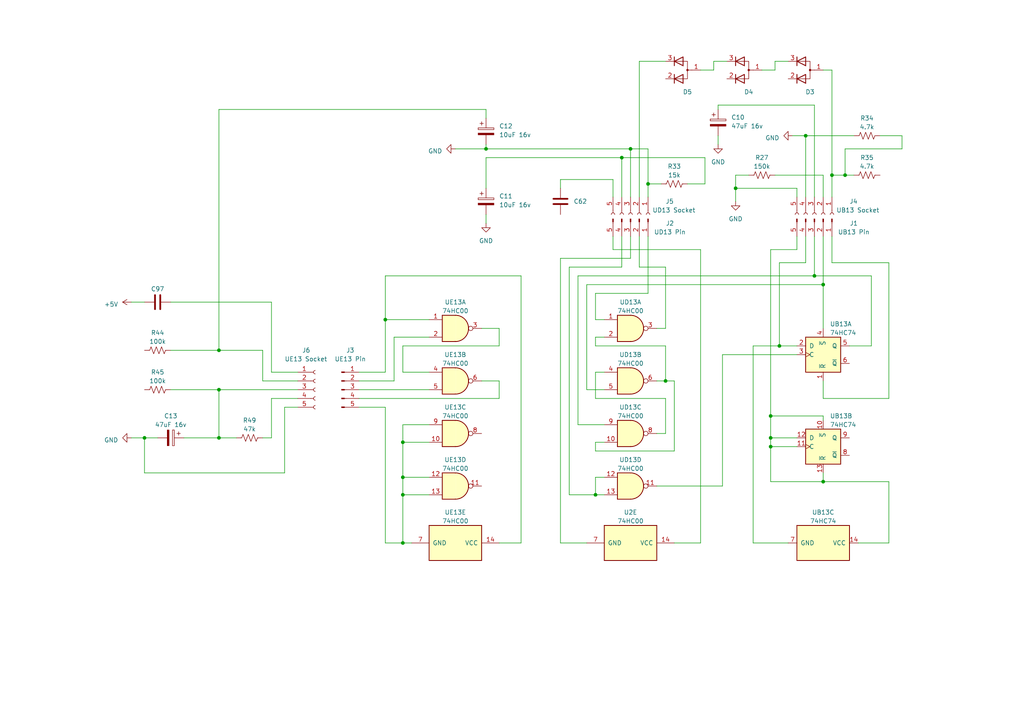
<source format=kicad_sch>
(kicad_sch (version 20230121) (generator eeschema)

  (uuid 8fd27ab9-1fd6-4fcb-9967-31c073270cfd)

  (paper "A4")

  (title_block
    (title "External Board (74HC)")
  )

  (lib_symbols
    (symbol "74xx:74HC00" (pin_names (offset 1.016)) (in_bom yes) (on_board yes)
      (property "Reference" "U" (at 0 1.27 0)
        (effects (font (size 1.27 1.27)))
      )
      (property "Value" "74HC00" (at 0 -1.27 0)
        (effects (font (size 1.27 1.27)))
      )
      (property "Footprint" "" (at 0 0 0)
        (effects (font (size 1.27 1.27)) hide)
      )
      (property "Datasheet" "http://www.ti.com/lit/gpn/sn74hc00" (at 0 0 0)
        (effects (font (size 1.27 1.27)) hide)
      )
      (property "ki_locked" "" (at 0 0 0)
        (effects (font (size 1.27 1.27)))
      )
      (property "ki_keywords" "HCMOS nand 2-input" (at 0 0 0)
        (effects (font (size 1.27 1.27)) hide)
      )
      (property "ki_description" "quad 2-input NAND gate" (at 0 0 0)
        (effects (font (size 1.27 1.27)) hide)
      )
      (property "ki_fp_filters" "DIP*W7.62mm* SO14*" (at 0 0 0)
        (effects (font (size 1.27 1.27)) hide)
      )
      (symbol "74HC00_1_1"
        (arc (start 0 -3.81) (mid 3.7934 0) (end 0 3.81)
          (stroke (width 0.254) (type default))
          (fill (type background))
        )
        (polyline
          (pts
            (xy 0 3.81)
            (xy -3.81 3.81)
            (xy -3.81 -3.81)
            (xy 0 -3.81)
          )
          (stroke (width 0.254) (type default))
          (fill (type background))
        )
        (pin input line (at -7.62 2.54 0) (length 3.81)
          (name "~" (effects (font (size 1.27 1.27))))
          (number "1" (effects (font (size 1.27 1.27))))
        )
        (pin input line (at -7.62 -2.54 0) (length 3.81)
          (name "~" (effects (font (size 1.27 1.27))))
          (number "2" (effects (font (size 1.27 1.27))))
        )
        (pin output inverted (at 7.62 0 180) (length 3.81)
          (name "~" (effects (font (size 1.27 1.27))))
          (number "3" (effects (font (size 1.27 1.27))))
        )
      )
      (symbol "74HC00_1_2"
        (arc (start -3.81 -3.81) (mid -2.589 0) (end -3.81 3.81)
          (stroke (width 0.254) (type default))
          (fill (type none))
        )
        (arc (start -0.6096 -3.81) (mid 2.1842 -2.5851) (end 3.81 0)
          (stroke (width 0.254) (type default))
          (fill (type background))
        )
        (polyline
          (pts
            (xy -3.81 -3.81)
            (xy -0.635 -3.81)
          )
          (stroke (width 0.254) (type default))
          (fill (type background))
        )
        (polyline
          (pts
            (xy -3.81 3.81)
            (xy -0.635 3.81)
          )
          (stroke (width 0.254) (type default))
          (fill (type background))
        )
        (polyline
          (pts
            (xy -0.635 3.81)
            (xy -3.81 3.81)
            (xy -3.81 3.81)
            (xy -3.556 3.4036)
            (xy -3.0226 2.2606)
            (xy -2.6924 1.0414)
            (xy -2.6162 -0.254)
            (xy -2.7686 -1.4986)
            (xy -3.175 -2.7178)
            (xy -3.81 -3.81)
            (xy -3.81 -3.81)
            (xy -0.635 -3.81)
          )
          (stroke (width -25.4) (type default))
          (fill (type background))
        )
        (arc (start 3.81 0) (mid 2.1915 2.5936) (end -0.6096 3.81)
          (stroke (width 0.254) (type default))
          (fill (type background))
        )
        (pin input inverted (at -7.62 2.54 0) (length 4.318)
          (name "~" (effects (font (size 1.27 1.27))))
          (number "1" (effects (font (size 1.27 1.27))))
        )
        (pin input inverted (at -7.62 -2.54 0) (length 4.318)
          (name "~" (effects (font (size 1.27 1.27))))
          (number "2" (effects (font (size 1.27 1.27))))
        )
        (pin output line (at 7.62 0 180) (length 3.81)
          (name "~" (effects (font (size 1.27 1.27))))
          (number "3" (effects (font (size 1.27 1.27))))
        )
      )
      (symbol "74HC00_2_1"
        (arc (start 0 -3.81) (mid 3.7934 0) (end 0 3.81)
          (stroke (width 0.254) (type default))
          (fill (type background))
        )
        (polyline
          (pts
            (xy 0 3.81)
            (xy -3.81 3.81)
            (xy -3.81 -3.81)
            (xy 0 -3.81)
          )
          (stroke (width 0.254) (type default))
          (fill (type background))
        )
        (pin input line (at -7.62 2.54 0) (length 3.81)
          (name "~" (effects (font (size 1.27 1.27))))
          (number "4" (effects (font (size 1.27 1.27))))
        )
        (pin input line (at -7.62 -2.54 0) (length 3.81)
          (name "~" (effects (font (size 1.27 1.27))))
          (number "5" (effects (font (size 1.27 1.27))))
        )
        (pin output inverted (at 7.62 0 180) (length 3.81)
          (name "~" (effects (font (size 1.27 1.27))))
          (number "6" (effects (font (size 1.27 1.27))))
        )
      )
      (symbol "74HC00_2_2"
        (arc (start -3.81 -3.81) (mid -2.589 0) (end -3.81 3.81)
          (stroke (width 0.254) (type default))
          (fill (type none))
        )
        (arc (start -0.6096 -3.81) (mid 2.1842 -2.5851) (end 3.81 0)
          (stroke (width 0.254) (type default))
          (fill (type background))
        )
        (polyline
          (pts
            (xy -3.81 -3.81)
            (xy -0.635 -3.81)
          )
          (stroke (width 0.254) (type default))
          (fill (type background))
        )
        (polyline
          (pts
            (xy -3.81 3.81)
            (xy -0.635 3.81)
          )
          (stroke (width 0.254) (type default))
          (fill (type background))
        )
        (polyline
          (pts
            (xy -0.635 3.81)
            (xy -3.81 3.81)
            (xy -3.81 3.81)
            (xy -3.556 3.4036)
            (xy -3.0226 2.2606)
            (xy -2.6924 1.0414)
            (xy -2.6162 -0.254)
            (xy -2.7686 -1.4986)
            (xy -3.175 -2.7178)
            (xy -3.81 -3.81)
            (xy -3.81 -3.81)
            (xy -0.635 -3.81)
          )
          (stroke (width -25.4) (type default))
          (fill (type background))
        )
        (arc (start 3.81 0) (mid 2.1915 2.5936) (end -0.6096 3.81)
          (stroke (width 0.254) (type default))
          (fill (type background))
        )
        (pin input inverted (at -7.62 2.54 0) (length 4.318)
          (name "~" (effects (font (size 1.27 1.27))))
          (number "4" (effects (font (size 1.27 1.27))))
        )
        (pin input inverted (at -7.62 -2.54 0) (length 4.318)
          (name "~" (effects (font (size 1.27 1.27))))
          (number "5" (effects (font (size 1.27 1.27))))
        )
        (pin output line (at 7.62 0 180) (length 3.81)
          (name "~" (effects (font (size 1.27 1.27))))
          (number "6" (effects (font (size 1.27 1.27))))
        )
      )
      (symbol "74HC00_3_1"
        (arc (start 0 -3.81) (mid 3.7934 0) (end 0 3.81)
          (stroke (width 0.254) (type default))
          (fill (type background))
        )
        (polyline
          (pts
            (xy 0 3.81)
            (xy -3.81 3.81)
            (xy -3.81 -3.81)
            (xy 0 -3.81)
          )
          (stroke (width 0.254) (type default))
          (fill (type background))
        )
        (pin input line (at -7.62 -2.54 0) (length 3.81)
          (name "~" (effects (font (size 1.27 1.27))))
          (number "10" (effects (font (size 1.27 1.27))))
        )
        (pin output inverted (at 7.62 0 180) (length 3.81)
          (name "~" (effects (font (size 1.27 1.27))))
          (number "8" (effects (font (size 1.27 1.27))))
        )
        (pin input line (at -7.62 2.54 0) (length 3.81)
          (name "~" (effects (font (size 1.27 1.27))))
          (number "9" (effects (font (size 1.27 1.27))))
        )
      )
      (symbol "74HC00_3_2"
        (arc (start -3.81 -3.81) (mid -2.589 0) (end -3.81 3.81)
          (stroke (width 0.254) (type default))
          (fill (type none))
        )
        (arc (start -0.6096 -3.81) (mid 2.1842 -2.5851) (end 3.81 0)
          (stroke (width 0.254) (type default))
          (fill (type background))
        )
        (polyline
          (pts
            (xy -3.81 -3.81)
            (xy -0.635 -3.81)
          )
          (stroke (width 0.254) (type default))
          (fill (type background))
        )
        (polyline
          (pts
            (xy -3.81 3.81)
            (xy -0.635 3.81)
          )
          (stroke (width 0.254) (type default))
          (fill (type background))
        )
        (polyline
          (pts
            (xy -0.635 3.81)
            (xy -3.81 3.81)
            (xy -3.81 3.81)
            (xy -3.556 3.4036)
            (xy -3.0226 2.2606)
            (xy -2.6924 1.0414)
            (xy -2.6162 -0.254)
            (xy -2.7686 -1.4986)
            (xy -3.175 -2.7178)
            (xy -3.81 -3.81)
            (xy -3.81 -3.81)
            (xy -0.635 -3.81)
          )
          (stroke (width -25.4) (type default))
          (fill (type background))
        )
        (arc (start 3.81 0) (mid 2.1915 2.5936) (end -0.6096 3.81)
          (stroke (width 0.254) (type default))
          (fill (type background))
        )
        (pin input inverted (at -7.62 -2.54 0) (length 4.318)
          (name "~" (effects (font (size 1.27 1.27))))
          (number "10" (effects (font (size 1.27 1.27))))
        )
        (pin output line (at 7.62 0 180) (length 3.81)
          (name "~" (effects (font (size 1.27 1.27))))
          (number "8" (effects (font (size 1.27 1.27))))
        )
        (pin input inverted (at -7.62 2.54 0) (length 4.318)
          (name "~" (effects (font (size 1.27 1.27))))
          (number "9" (effects (font (size 1.27 1.27))))
        )
      )
      (symbol "74HC00_4_1"
        (arc (start 0 -3.81) (mid 3.7934 0) (end 0 3.81)
          (stroke (width 0.254) (type default))
          (fill (type background))
        )
        (polyline
          (pts
            (xy 0 3.81)
            (xy -3.81 3.81)
            (xy -3.81 -3.81)
            (xy 0 -3.81)
          )
          (stroke (width 0.254) (type default))
          (fill (type background))
        )
        (pin output inverted (at 7.62 0 180) (length 3.81)
          (name "~" (effects (font (size 1.27 1.27))))
          (number "11" (effects (font (size 1.27 1.27))))
        )
        (pin input line (at -7.62 2.54 0) (length 3.81)
          (name "~" (effects (font (size 1.27 1.27))))
          (number "12" (effects (font (size 1.27 1.27))))
        )
        (pin input line (at -7.62 -2.54 0) (length 3.81)
          (name "~" (effects (font (size 1.27 1.27))))
          (number "13" (effects (font (size 1.27 1.27))))
        )
      )
      (symbol "74HC00_4_2"
        (arc (start -3.81 -3.81) (mid -2.589 0) (end -3.81 3.81)
          (stroke (width 0.254) (type default))
          (fill (type none))
        )
        (arc (start -0.6096 -3.81) (mid 2.1842 -2.5851) (end 3.81 0)
          (stroke (width 0.254) (type default))
          (fill (type background))
        )
        (polyline
          (pts
            (xy -3.81 -3.81)
            (xy -0.635 -3.81)
          )
          (stroke (width 0.254) (type default))
          (fill (type background))
        )
        (polyline
          (pts
            (xy -3.81 3.81)
            (xy -0.635 3.81)
          )
          (stroke (width 0.254) (type default))
          (fill (type background))
        )
        (polyline
          (pts
            (xy -0.635 3.81)
            (xy -3.81 3.81)
            (xy -3.81 3.81)
            (xy -3.556 3.4036)
            (xy -3.0226 2.2606)
            (xy -2.6924 1.0414)
            (xy -2.6162 -0.254)
            (xy -2.7686 -1.4986)
            (xy -3.175 -2.7178)
            (xy -3.81 -3.81)
            (xy -3.81 -3.81)
            (xy -0.635 -3.81)
          )
          (stroke (width -25.4) (type default))
          (fill (type background))
        )
        (arc (start 3.81 0) (mid 2.1915 2.5936) (end -0.6096 3.81)
          (stroke (width 0.254) (type default))
          (fill (type background))
        )
        (pin output line (at 7.62 0 180) (length 3.81)
          (name "~" (effects (font (size 1.27 1.27))))
          (number "11" (effects (font (size 1.27 1.27))))
        )
        (pin input inverted (at -7.62 2.54 0) (length 4.318)
          (name "~" (effects (font (size 1.27 1.27))))
          (number "12" (effects (font (size 1.27 1.27))))
        )
        (pin input inverted (at -7.62 -2.54 0) (length 4.318)
          (name "~" (effects (font (size 1.27 1.27))))
          (number "13" (effects (font (size 1.27 1.27))))
        )
      )
      (symbol "74HC00_5_0"
        (pin power_in line (at 0 12.7 270) (length 5.08)
          (name "VCC" (effects (font (size 1.27 1.27))))
          (number "14" (effects (font (size 1.27 1.27))))
        )
        (pin power_in line (at 0 -12.7 90) (length 5.08)
          (name "GND" (effects (font (size 1.27 1.27))))
          (number "7" (effects (font (size 1.27 1.27))))
        )
      )
      (symbol "74HC00_5_1"
        (rectangle (start -5.08 7.62) (end 5.08 -7.62)
          (stroke (width 0.254) (type default))
          (fill (type background))
        )
      )
    )
    (symbol "74xx:74HC74" (pin_names (offset 1.016)) (in_bom yes) (on_board yes)
      (property "Reference" "U" (at -7.62 8.89 0)
        (effects (font (size 1.27 1.27)))
      )
      (property "Value" "74HC74" (at -7.62 -8.89 0)
        (effects (font (size 1.27 1.27)))
      )
      (property "Footprint" "" (at 0 0 0)
        (effects (font (size 1.27 1.27)) hide)
      )
      (property "Datasheet" "74xx/74hc_hct74.pdf" (at 0 0 0)
        (effects (font (size 1.27 1.27)) hide)
      )
      (property "ki_locked" "" (at 0 0 0)
        (effects (font (size 1.27 1.27)))
      )
      (property "ki_keywords" "TTL DFF" (at 0 0 0)
        (effects (font (size 1.27 1.27)) hide)
      )
      (property "ki_description" "Dual D Flip-flop, Set & Reset" (at 0 0 0)
        (effects (font (size 1.27 1.27)) hide)
      )
      (property "ki_fp_filters" "DIP*W7.62mm*" (at 0 0 0)
        (effects (font (size 1.27 1.27)) hide)
      )
      (symbol "74HC74_1_0"
        (pin input line (at 0 -7.62 90) (length 2.54)
          (name "~{R}" (effects (font (size 1.27 1.27))))
          (number "1" (effects (font (size 1.27 1.27))))
        )
        (pin input line (at -7.62 2.54 0) (length 2.54)
          (name "D" (effects (font (size 1.27 1.27))))
          (number "2" (effects (font (size 1.27 1.27))))
        )
        (pin input clock (at -7.62 0 0) (length 2.54)
          (name "C" (effects (font (size 1.27 1.27))))
          (number "3" (effects (font (size 1.27 1.27))))
        )
        (pin input line (at 0 7.62 270) (length 2.54)
          (name "~{S}" (effects (font (size 1.27 1.27))))
          (number "4" (effects (font (size 1.27 1.27))))
        )
        (pin output line (at 7.62 2.54 180) (length 2.54)
          (name "Q" (effects (font (size 1.27 1.27))))
          (number "5" (effects (font (size 1.27 1.27))))
        )
        (pin output line (at 7.62 -2.54 180) (length 2.54)
          (name "~{Q}" (effects (font (size 1.27 1.27))))
          (number "6" (effects (font (size 1.27 1.27))))
        )
      )
      (symbol "74HC74_1_1"
        (rectangle (start -5.08 5.08) (end 5.08 -5.08)
          (stroke (width 0.254) (type default))
          (fill (type background))
        )
      )
      (symbol "74HC74_2_0"
        (pin input line (at 0 7.62 270) (length 2.54)
          (name "~{S}" (effects (font (size 1.27 1.27))))
          (number "10" (effects (font (size 1.27 1.27))))
        )
        (pin input clock (at -7.62 0 0) (length 2.54)
          (name "C" (effects (font (size 1.27 1.27))))
          (number "11" (effects (font (size 1.27 1.27))))
        )
        (pin input line (at -7.62 2.54 0) (length 2.54)
          (name "D" (effects (font (size 1.27 1.27))))
          (number "12" (effects (font (size 1.27 1.27))))
        )
        (pin input line (at 0 -7.62 90) (length 2.54)
          (name "~{R}" (effects (font (size 1.27 1.27))))
          (number "13" (effects (font (size 1.27 1.27))))
        )
        (pin output line (at 7.62 -2.54 180) (length 2.54)
          (name "~{Q}" (effects (font (size 1.27 1.27))))
          (number "8" (effects (font (size 1.27 1.27))))
        )
        (pin output line (at 7.62 2.54 180) (length 2.54)
          (name "Q" (effects (font (size 1.27 1.27))))
          (number "9" (effects (font (size 1.27 1.27))))
        )
      )
      (symbol "74HC74_2_1"
        (rectangle (start -5.08 5.08) (end 5.08 -5.08)
          (stroke (width 0.254) (type default))
          (fill (type background))
        )
      )
      (symbol "74HC74_3_0"
        (pin power_in line (at 0 10.16 270) (length 2.54)
          (name "VCC" (effects (font (size 1.27 1.27))))
          (number "14" (effects (font (size 1.27 1.27))))
        )
        (pin power_in line (at 0 -10.16 90) (length 2.54)
          (name "GND" (effects (font (size 1.27 1.27))))
          (number "7" (effects (font (size 1.27 1.27))))
        )
      )
      (symbol "74HC74_3_1"
        (rectangle (start -5.08 7.62) (end 5.08 -7.62)
          (stroke (width 0.254) (type default))
          (fill (type background))
        )
      )
    )
    (symbol "Connector:Conn_01x05_Pin" (pin_names (offset 1.016) hide) (in_bom yes) (on_board yes)
      (property "Reference" "J" (at 0 7.62 0)
        (effects (font (size 1.27 1.27)))
      )
      (property "Value" "Conn_01x05_Pin" (at 0 -7.62 0)
        (effects (font (size 1.27 1.27)))
      )
      (property "Footprint" "" (at 0 0 0)
        (effects (font (size 1.27 1.27)) hide)
      )
      (property "Datasheet" "~" (at 0 0 0)
        (effects (font (size 1.27 1.27)) hide)
      )
      (property "ki_locked" "" (at 0 0 0)
        (effects (font (size 1.27 1.27)))
      )
      (property "ki_keywords" "connector" (at 0 0 0)
        (effects (font (size 1.27 1.27)) hide)
      )
      (property "ki_description" "Generic connector, single row, 01x05, script generated" (at 0 0 0)
        (effects (font (size 1.27 1.27)) hide)
      )
      (property "ki_fp_filters" "Connector*:*_1x??_*" (at 0 0 0)
        (effects (font (size 1.27 1.27)) hide)
      )
      (symbol "Conn_01x05_Pin_1_1"
        (polyline
          (pts
            (xy 1.27 -5.08)
            (xy 0.8636 -5.08)
          )
          (stroke (width 0.1524) (type default))
          (fill (type none))
        )
        (polyline
          (pts
            (xy 1.27 -2.54)
            (xy 0.8636 -2.54)
          )
          (stroke (width 0.1524) (type default))
          (fill (type none))
        )
        (polyline
          (pts
            (xy 1.27 0)
            (xy 0.8636 0)
          )
          (stroke (width 0.1524) (type default))
          (fill (type none))
        )
        (polyline
          (pts
            (xy 1.27 2.54)
            (xy 0.8636 2.54)
          )
          (stroke (width 0.1524) (type default))
          (fill (type none))
        )
        (polyline
          (pts
            (xy 1.27 5.08)
            (xy 0.8636 5.08)
          )
          (stroke (width 0.1524) (type default))
          (fill (type none))
        )
        (rectangle (start 0.8636 -4.953) (end 0 -5.207)
          (stroke (width 0.1524) (type default))
          (fill (type outline))
        )
        (rectangle (start 0.8636 -2.413) (end 0 -2.667)
          (stroke (width 0.1524) (type default))
          (fill (type outline))
        )
        (rectangle (start 0.8636 0.127) (end 0 -0.127)
          (stroke (width 0.1524) (type default))
          (fill (type outline))
        )
        (rectangle (start 0.8636 2.667) (end 0 2.413)
          (stroke (width 0.1524) (type default))
          (fill (type outline))
        )
        (rectangle (start 0.8636 5.207) (end 0 4.953)
          (stroke (width 0.1524) (type default))
          (fill (type outline))
        )
        (pin passive line (at 5.08 5.08 180) (length 3.81)
          (name "Pin_1" (effects (font (size 1.27 1.27))))
          (number "1" (effects (font (size 1.27 1.27))))
        )
        (pin passive line (at 5.08 2.54 180) (length 3.81)
          (name "Pin_2" (effects (font (size 1.27 1.27))))
          (number "2" (effects (font (size 1.27 1.27))))
        )
        (pin passive line (at 5.08 0 180) (length 3.81)
          (name "Pin_3" (effects (font (size 1.27 1.27))))
          (number "3" (effects (font (size 1.27 1.27))))
        )
        (pin passive line (at 5.08 -2.54 180) (length 3.81)
          (name "Pin_4" (effects (font (size 1.27 1.27))))
          (number "4" (effects (font (size 1.27 1.27))))
        )
        (pin passive line (at 5.08 -5.08 180) (length 3.81)
          (name "Pin_5" (effects (font (size 1.27 1.27))))
          (number "5" (effects (font (size 1.27 1.27))))
        )
      )
    )
    (symbol "Connector:Conn_01x05_Socket" (pin_names (offset 1.016) hide) (in_bom yes) (on_board yes)
      (property "Reference" "J" (at 0 7.62 0)
        (effects (font (size 1.27 1.27)))
      )
      (property "Value" "Conn_01x05_Socket" (at 0 -7.62 0)
        (effects (font (size 1.27 1.27)))
      )
      (property "Footprint" "" (at 0 0 0)
        (effects (font (size 1.27 1.27)) hide)
      )
      (property "Datasheet" "~" (at 0 0 0)
        (effects (font (size 1.27 1.27)) hide)
      )
      (property "ki_locked" "" (at 0 0 0)
        (effects (font (size 1.27 1.27)))
      )
      (property "ki_keywords" "connector" (at 0 0 0)
        (effects (font (size 1.27 1.27)) hide)
      )
      (property "ki_description" "Generic connector, single row, 01x05, script generated" (at 0 0 0)
        (effects (font (size 1.27 1.27)) hide)
      )
      (property "ki_fp_filters" "Connector*:*_1x??_*" (at 0 0 0)
        (effects (font (size 1.27 1.27)) hide)
      )
      (symbol "Conn_01x05_Socket_1_1"
        (arc (start 0 -4.572) (mid -0.5058 -5.08) (end 0 -5.588)
          (stroke (width 0.1524) (type default))
          (fill (type none))
        )
        (arc (start 0 -2.032) (mid -0.5058 -2.54) (end 0 -3.048)
          (stroke (width 0.1524) (type default))
          (fill (type none))
        )
        (polyline
          (pts
            (xy -1.27 -5.08)
            (xy -0.508 -5.08)
          )
          (stroke (width 0.1524) (type default))
          (fill (type none))
        )
        (polyline
          (pts
            (xy -1.27 -2.54)
            (xy -0.508 -2.54)
          )
          (stroke (width 0.1524) (type default))
          (fill (type none))
        )
        (polyline
          (pts
            (xy -1.27 0)
            (xy -0.508 0)
          )
          (stroke (width 0.1524) (type default))
          (fill (type none))
        )
        (polyline
          (pts
            (xy -1.27 2.54)
            (xy -0.508 2.54)
          )
          (stroke (width 0.1524) (type default))
          (fill (type none))
        )
        (polyline
          (pts
            (xy -1.27 5.08)
            (xy -0.508 5.08)
          )
          (stroke (width 0.1524) (type default))
          (fill (type none))
        )
        (arc (start 0 0.508) (mid -0.5058 0) (end 0 -0.508)
          (stroke (width 0.1524) (type default))
          (fill (type none))
        )
        (arc (start 0 3.048) (mid -0.5058 2.54) (end 0 2.032)
          (stroke (width 0.1524) (type default))
          (fill (type none))
        )
        (arc (start 0 5.588) (mid -0.5058 5.08) (end 0 4.572)
          (stroke (width 0.1524) (type default))
          (fill (type none))
        )
        (pin passive line (at -5.08 5.08 0) (length 3.81)
          (name "Pin_1" (effects (font (size 1.27 1.27))))
          (number "1" (effects (font (size 1.27 1.27))))
        )
        (pin passive line (at -5.08 2.54 0) (length 3.81)
          (name "Pin_2" (effects (font (size 1.27 1.27))))
          (number "2" (effects (font (size 1.27 1.27))))
        )
        (pin passive line (at -5.08 0 0) (length 3.81)
          (name "Pin_3" (effects (font (size 1.27 1.27))))
          (number "3" (effects (font (size 1.27 1.27))))
        )
        (pin passive line (at -5.08 -2.54 0) (length 3.81)
          (name "Pin_4" (effects (font (size 1.27 1.27))))
          (number "4" (effects (font (size 1.27 1.27))))
        )
        (pin passive line (at -5.08 -5.08 0) (length 3.81)
          (name "Pin_5" (effects (font (size 1.27 1.27))))
          (number "5" (effects (font (size 1.27 1.27))))
        )
      )
    )
    (symbol "Device:C" (pin_numbers hide) (pin_names (offset 0.254)) (in_bom yes) (on_board yes)
      (property "Reference" "C" (at 0.635 2.54 0)
        (effects (font (size 1.27 1.27)) (justify left))
      )
      (property "Value" "C" (at 0.635 -2.54 0)
        (effects (font (size 1.27 1.27)) (justify left))
      )
      (property "Footprint" "" (at 0.9652 -3.81 0)
        (effects (font (size 1.27 1.27)) hide)
      )
      (property "Datasheet" "~" (at 0 0 0)
        (effects (font (size 1.27 1.27)) hide)
      )
      (property "ki_keywords" "cap capacitor" (at 0 0 0)
        (effects (font (size 1.27 1.27)) hide)
      )
      (property "ki_description" "Unpolarized capacitor" (at 0 0 0)
        (effects (font (size 1.27 1.27)) hide)
      )
      (property "ki_fp_filters" "C_*" (at 0 0 0)
        (effects (font (size 1.27 1.27)) hide)
      )
      (symbol "C_0_1"
        (polyline
          (pts
            (xy -2.032 -0.762)
            (xy 2.032 -0.762)
          )
          (stroke (width 0.508) (type default))
          (fill (type none))
        )
        (polyline
          (pts
            (xy -2.032 0.762)
            (xy 2.032 0.762)
          )
          (stroke (width 0.508) (type default))
          (fill (type none))
        )
      )
      (symbol "C_1_1"
        (pin passive line (at 0 3.81 270) (length 2.794)
          (name "~" (effects (font (size 1.27 1.27))))
          (number "1" (effects (font (size 1.27 1.27))))
        )
        (pin passive line (at 0 -3.81 90) (length 2.794)
          (name "~" (effects (font (size 1.27 1.27))))
          (number "2" (effects (font (size 1.27 1.27))))
        )
      )
    )
    (symbol "Device:C_Polarized" (pin_numbers hide) (pin_names (offset 0.254)) (in_bom yes) (on_board yes)
      (property "Reference" "C" (at 0.635 2.54 0)
        (effects (font (size 1.27 1.27)) (justify left))
      )
      (property "Value" "C_Polarized" (at 0.635 -2.54 0)
        (effects (font (size 1.27 1.27)) (justify left))
      )
      (property "Footprint" "" (at 0.9652 -3.81 0)
        (effects (font (size 1.27 1.27)) hide)
      )
      (property "Datasheet" "~" (at 0 0 0)
        (effects (font (size 1.27 1.27)) hide)
      )
      (property "ki_keywords" "cap capacitor" (at 0 0 0)
        (effects (font (size 1.27 1.27)) hide)
      )
      (property "ki_description" "Polarized capacitor" (at 0 0 0)
        (effects (font (size 1.27 1.27)) hide)
      )
      (property "ki_fp_filters" "CP_*" (at 0 0 0)
        (effects (font (size 1.27 1.27)) hide)
      )
      (symbol "C_Polarized_0_1"
        (rectangle (start -2.286 0.508) (end 2.286 1.016)
          (stroke (width 0) (type default))
          (fill (type none))
        )
        (polyline
          (pts
            (xy -1.778 2.286)
            (xy -0.762 2.286)
          )
          (stroke (width 0) (type default))
          (fill (type none))
        )
        (polyline
          (pts
            (xy -1.27 2.794)
            (xy -1.27 1.778)
          )
          (stroke (width 0) (type default))
          (fill (type none))
        )
        (rectangle (start 2.286 -0.508) (end -2.286 -1.016)
          (stroke (width 0) (type default))
          (fill (type outline))
        )
      )
      (symbol "C_Polarized_1_1"
        (pin passive line (at 0 3.81 270) (length 2.794)
          (name "~" (effects (font (size 1.27 1.27))))
          (number "1" (effects (font (size 1.27 1.27))))
        )
        (pin passive line (at 0 -3.81 90) (length 2.794)
          (name "~" (effects (font (size 1.27 1.27))))
          (number "2" (effects (font (size 1.27 1.27))))
        )
      )
    )
    (symbol "Device:D_Dual_CommonAnode_AKK_Parallel" (pin_names (offset 0.762) hide) (in_bom yes) (on_board yes)
      (property "Reference" "D" (at 0 5.08 0)
        (effects (font (size 1.27 1.27)))
      )
      (property "Value" "D_Dual_CommonAnode_AKK_Parallel" (at 0 -5.08 0)
        (effects (font (size 1.27 1.27)))
      )
      (property "Footprint" "" (at -1.27 0 0)
        (effects (font (size 1.27 1.27)) hide)
      )
      (property "Datasheet" "~" (at -1.27 0 0)
        (effects (font (size 1.27 1.27)) hide)
      )
      (property "ki_keywords" "diode" (at 0 0 0)
        (effects (font (size 1.27 1.27)) hide)
      )
      (property "ki_description" "Dual diode, common anode on pin 1" (at 0 0 0)
        (effects (font (size 1.27 1.27)) hide)
      )
      (symbol "D_Dual_CommonAnode_AKK_Parallel_0_0"
        (polyline
          (pts
            (xy 2.54 -1.27)
            (xy 2.54 -3.81)
          )
          (stroke (width 0.254) (type default))
          (fill (type none))
        )
        (polyline
          (pts
            (xy 2.54 3.81)
            (xy 2.54 1.27)
          )
          (stroke (width 0.254) (type default))
          (fill (type none))
        )
      )
      (symbol "D_Dual_CommonAnode_AKK_Parallel_0_1"
        (circle (center -1.27 0) (radius 0.254)
          (stroke (width 0) (type default))
          (fill (type outline))
        )
        (polyline
          (pts
            (xy -1.27 0)
            (xy -2.54 0)
          )
          (stroke (width 0) (type default))
          (fill (type none))
        )
        (polyline
          (pts
            (xy 2.54 2.54)
            (xy -1.27 2.54)
            (xy -1.27 -2.54)
            (xy 2.54 -2.54)
          )
          (stroke (width 0) (type default))
          (fill (type none))
        )
        (polyline
          (pts
            (xy 0 -1.27)
            (xy 2.54 -2.54)
            (xy 0 -3.81)
            (xy 0 -1.27)
            (xy 0 -1.27)
            (xy 0 -1.27)
          )
          (stroke (width 0.254) (type default))
          (fill (type none))
        )
        (polyline
          (pts
            (xy 0 3.81)
            (xy 2.54 2.54)
            (xy 0 1.27)
            (xy 0 3.81)
            (xy 0 3.81)
            (xy 0 3.81)
          )
          (stroke (width 0.254) (type default))
          (fill (type none))
        )
        (pin passive line (at -5.08 0 0) (length 2.54)
          (name "A" (effects (font (size 1.27 1.27))))
          (number "1" (effects (font (size 1.27 1.27))))
        )
        (pin passive line (at 5.08 2.54 180) (length 2.54)
          (name "K" (effects (font (size 1.27 1.27))))
          (number "2" (effects (font (size 1.27 1.27))))
        )
        (pin passive line (at 5.08 -2.54 180) (length 2.54)
          (name "K" (effects (font (size 1.27 1.27))))
          (number "3" (effects (font (size 1.27 1.27))))
        )
      )
    )
    (symbol "Device:R_US" (pin_numbers hide) (pin_names (offset 0)) (in_bom yes) (on_board yes)
      (property "Reference" "R" (at 2.54 0 90)
        (effects (font (size 1.27 1.27)))
      )
      (property "Value" "R_US" (at -2.54 0 90)
        (effects (font (size 1.27 1.27)))
      )
      (property "Footprint" "" (at 1.016 -0.254 90)
        (effects (font (size 1.27 1.27)) hide)
      )
      (property "Datasheet" "~" (at 0 0 0)
        (effects (font (size 1.27 1.27)) hide)
      )
      (property "ki_keywords" "R res resistor" (at 0 0 0)
        (effects (font (size 1.27 1.27)) hide)
      )
      (property "ki_description" "Resistor, US symbol" (at 0 0 0)
        (effects (font (size 1.27 1.27)) hide)
      )
      (property "ki_fp_filters" "R_*" (at 0 0 0)
        (effects (font (size 1.27 1.27)) hide)
      )
      (symbol "R_US_0_1"
        (polyline
          (pts
            (xy 0 -2.286)
            (xy 0 -2.54)
          )
          (stroke (width 0) (type default))
          (fill (type none))
        )
        (polyline
          (pts
            (xy 0 2.286)
            (xy 0 2.54)
          )
          (stroke (width 0) (type default))
          (fill (type none))
        )
        (polyline
          (pts
            (xy 0 -0.762)
            (xy 1.016 -1.143)
            (xy 0 -1.524)
            (xy -1.016 -1.905)
            (xy 0 -2.286)
          )
          (stroke (width 0) (type default))
          (fill (type none))
        )
        (polyline
          (pts
            (xy 0 0.762)
            (xy 1.016 0.381)
            (xy 0 0)
            (xy -1.016 -0.381)
            (xy 0 -0.762)
          )
          (stroke (width 0) (type default))
          (fill (type none))
        )
        (polyline
          (pts
            (xy 0 2.286)
            (xy 1.016 1.905)
            (xy 0 1.524)
            (xy -1.016 1.143)
            (xy 0 0.762)
          )
          (stroke (width 0) (type default))
          (fill (type none))
        )
      )
      (symbol "R_US_1_1"
        (pin passive line (at 0 3.81 270) (length 1.27)
          (name "~" (effects (font (size 1.27 1.27))))
          (number "1" (effects (font (size 1.27 1.27))))
        )
        (pin passive line (at 0 -3.81 90) (length 1.27)
          (name "~" (effects (font (size 1.27 1.27))))
          (number "2" (effects (font (size 1.27 1.27))))
        )
      )
    )
    (symbol "power:+5V" (power) (pin_names (offset 0)) (in_bom yes) (on_board yes)
      (property "Reference" "#PWR" (at 0 -3.81 0)
        (effects (font (size 1.27 1.27)) hide)
      )
      (property "Value" "+5V" (at 0 3.556 0)
        (effects (font (size 1.27 1.27)))
      )
      (property "Footprint" "" (at 0 0 0)
        (effects (font (size 1.27 1.27)) hide)
      )
      (property "Datasheet" "" (at 0 0 0)
        (effects (font (size 1.27 1.27)) hide)
      )
      (property "ki_keywords" "global power" (at 0 0 0)
        (effects (font (size 1.27 1.27)) hide)
      )
      (property "ki_description" "Power symbol creates a global label with name \"+5V\"" (at 0 0 0)
        (effects (font (size 1.27 1.27)) hide)
      )
      (symbol "+5V_0_1"
        (polyline
          (pts
            (xy -0.762 1.27)
            (xy 0 2.54)
          )
          (stroke (width 0) (type default))
          (fill (type none))
        )
        (polyline
          (pts
            (xy 0 0)
            (xy 0 2.54)
          )
          (stroke (width 0) (type default))
          (fill (type none))
        )
        (polyline
          (pts
            (xy 0 2.54)
            (xy 0.762 1.27)
          )
          (stroke (width 0) (type default))
          (fill (type none))
        )
      )
      (symbol "+5V_1_1"
        (pin power_in line (at 0 0 90) (length 0) hide
          (name "+5V" (effects (font (size 1.27 1.27))))
          (number "1" (effects (font (size 1.27 1.27))))
        )
      )
    )
    (symbol "power:GND" (power) (pin_names (offset 0)) (in_bom yes) (on_board yes)
      (property "Reference" "#PWR" (at 0 -6.35 0)
        (effects (font (size 1.27 1.27)) hide)
      )
      (property "Value" "GND" (at 0 -3.81 0)
        (effects (font (size 1.27 1.27)))
      )
      (property "Footprint" "" (at 0 0 0)
        (effects (font (size 1.27 1.27)) hide)
      )
      (property "Datasheet" "" (at 0 0 0)
        (effects (font (size 1.27 1.27)) hide)
      )
      (property "ki_keywords" "global power" (at 0 0 0)
        (effects (font (size 1.27 1.27)) hide)
      )
      (property "ki_description" "Power symbol creates a global label with name \"GND\" , ground" (at 0 0 0)
        (effects (font (size 1.27 1.27)) hide)
      )
      (symbol "GND_0_1"
        (polyline
          (pts
            (xy 0 0)
            (xy 0 -1.27)
            (xy 1.27 -1.27)
            (xy 0 -2.54)
            (xy -1.27 -1.27)
            (xy 0 -1.27)
          )
          (stroke (width 0) (type default))
          (fill (type none))
        )
      )
      (symbol "GND_1_1"
        (pin power_in line (at 0 0 270) (length 0) hide
          (name "GND" (effects (font (size 1.27 1.27))))
          (number "1" (effects (font (size 1.27 1.27))))
        )
      )
    )
  )

  (junction (at 213.36 54.61) (diameter 0) (color 0 0 0 0)
    (uuid 0064f263-4552-467c-8a1a-ad3e2eb9a23a)
  )
  (junction (at 233.68 39.37) (diameter 0) (color 0 0 0 0)
    (uuid 10e69070-f8f4-4cad-8ee5-0f5b3634d6e2)
  )
  (junction (at 182.88 43.18) (diameter 0) (color 0 0 0 0)
    (uuid 19d35cc6-4cbd-4ef7-8ad5-f8b0ad570b66)
  )
  (junction (at 140.97 43.18) (diameter 0) (color 0 0 0 0)
    (uuid 1b8c386a-1d2b-4229-8e4f-6e83a18c7e94)
  )
  (junction (at 223.52 120.65) (diameter 0) (color 0 0 0 0)
    (uuid 1bb4f118-a888-4e35-9456-1ea48d3ab377)
  )
  (junction (at 41.91 127) (diameter 0) (color 0 0 0 0)
    (uuid 2168541b-39b8-411f-bc27-fc37b6c26c60)
  )
  (junction (at 116.84 157.48) (diameter 0) (color 0 0 0 0)
    (uuid 2a46d5eb-935f-4e74-b64a-db85310eb37e)
  )
  (junction (at 241.3 50.8) (diameter 0) (color 0 0 0 0)
    (uuid 2f9502c7-a8fd-46f8-b153-3cecf4aff3aa)
  )
  (junction (at 111.76 92.71) (diameter 0) (color 0 0 0 0)
    (uuid 3e8bf89b-5a4a-4a6b-8415-1cf6ab23ea49)
  )
  (junction (at 223.52 129.54) (diameter 0) (color 0 0 0 0)
    (uuid 4739c6c7-d531-4799-ab83-923f025fbbf0)
  )
  (junction (at 187.96 53.34) (diameter 0) (color 0 0 0 0)
    (uuid 49e7a0bf-61d0-4a58-bbe2-94dea498381a)
  )
  (junction (at 116.84 128.27) (diameter 0) (color 0 0 0 0)
    (uuid 5b95b7d4-1a29-4f79-9d10-12a52823acfc)
  )
  (junction (at 63.5 101.6) (diameter 0) (color 0 0 0 0)
    (uuid 6c503d27-8022-42a1-a06e-09887244cf49)
  )
  (junction (at 63.5 113.03) (diameter 0) (color 0 0 0 0)
    (uuid 775849d6-8416-4201-8055-aab15ea75cbb)
  )
  (junction (at 238.76 82.55) (diameter 0) (color 0 0 0 0)
    (uuid 7afcd442-c7b7-4fa9-9c2e-c9795f4765e7)
  )
  (junction (at 226.06 100.33) (diameter 0) (color 0 0 0 0)
    (uuid 7ca8a655-4792-46bd-926f-e7c543f5fe6c)
  )
  (junction (at 116.84 143.51) (diameter 0) (color 0 0 0 0)
    (uuid a5472fe3-58e0-4085-aeda-8925d223151d)
  )
  (junction (at 193.04 110.49) (diameter 0) (color 0 0 0 0)
    (uuid a7dc754d-1f00-416a-a2df-58cea2106ab0)
  )
  (junction (at 180.34 45.72) (diameter 0) (color 0 0 0 0)
    (uuid a9834146-4583-4071-8b4a-de82e3961aec)
  )
  (junction (at 116.84 138.43) (diameter 0) (color 0 0 0 0)
    (uuid abf56f17-ddff-432a-b801-77cbaf133244)
  )
  (junction (at 63.5 127) (diameter 0) (color 0 0 0 0)
    (uuid be41bb36-2c75-4584-951c-781496660c2c)
  )
  (junction (at 172.72 143.51) (diameter 0) (color 0 0 0 0)
    (uuid de4e04ef-8afb-41b1-b0e7-fe8cc0202958)
  )
  (junction (at 223.52 127) (diameter 0) (color 0 0 0 0)
    (uuid e2d79761-5c56-40fe-8a2e-81d465e72654)
  )
  (junction (at 236.22 80.01) (diameter 0) (color 0 0 0 0)
    (uuid f4c823af-032c-439c-a21e-13c94515c070)
  )
  (junction (at 245.11 50.8) (diameter 0) (color 0 0 0 0)
    (uuid fc858959-73b9-4c26-890e-34379052b532)
  )
  (junction (at 238.76 139.7) (diameter 0) (color 0 0 0 0)
    (uuid ff7bcf11-23dc-43b9-9499-1eb36f69f952)
  )

  (wire (pts (xy 38.1 127) (xy 41.91 127))
    (stroke (width 0) (type default))
    (uuid 007bb9b2-6022-4d18-b493-4e604aaa1614)
  )
  (wire (pts (xy 172.72 92.71) (xy 175.26 92.71))
    (stroke (width 0) (type default))
    (uuid 01958679-2db5-4174-b11c-35cda58211ab)
  )
  (wire (pts (xy 208.28 39.37) (xy 208.28 41.91))
    (stroke (width 0) (type default))
    (uuid 02097024-efa5-4d93-9cf0-4941b7444aeb)
  )
  (wire (pts (xy 182.88 74.93) (xy 162.56 74.93))
    (stroke (width 0) (type default))
    (uuid 022fbbd3-ba08-4eb2-bdfb-eff8addd0f89)
  )
  (wire (pts (xy 38.1 87.63) (xy 41.91 87.63))
    (stroke (width 0) (type default))
    (uuid 02d41459-96be-4f4b-9e6e-7f81bdb6d3d5)
  )
  (wire (pts (xy 241.3 50.8) (xy 245.11 50.8))
    (stroke (width 0) (type default))
    (uuid 048913cd-9ce4-4199-b281-b00e115df1d3)
  )
  (wire (pts (xy 207.01 17.78) (xy 207.01 20.32))
    (stroke (width 0) (type default))
    (uuid 048e2d84-5446-4df7-95f9-1e5a250fe614)
  )
  (wire (pts (xy 116.84 128.27) (xy 116.84 138.43))
    (stroke (width 0) (type default))
    (uuid 08cba078-a3b1-48a0-9a38-9b80b9187bef)
  )
  (wire (pts (xy 252.73 100.33) (xy 252.73 80.01))
    (stroke (width 0) (type default))
    (uuid 0967d5ac-9665-4f37-9c28-2a81aff91e37)
  )
  (wire (pts (xy 116.84 138.43) (xy 116.84 143.51))
    (stroke (width 0) (type default))
    (uuid 09d4f37e-53ee-4958-9d65-2e3db5c0a5d3)
  )
  (wire (pts (xy 257.81 139.7) (xy 238.76 139.7))
    (stroke (width 0) (type default))
    (uuid 0b8e28a6-f83f-4f24-a852-01b2dc15c926)
  )
  (wire (pts (xy 140.97 62.23) (xy 140.97 64.77))
    (stroke (width 0) (type default))
    (uuid 0c695872-f8dd-402a-b081-8b44bf20c7f2)
  )
  (wire (pts (xy 78.74 107.95) (xy 86.36 107.95))
    (stroke (width 0) (type default))
    (uuid 0cabd1be-9025-4e35-8480-6d733f9c2ad8)
  )
  (wire (pts (xy 151.13 157.48) (xy 151.13 80.01))
    (stroke (width 0) (type default))
    (uuid 0d03c8bf-10ae-4d7f-b82d-074ae1a7f1bb)
  )
  (wire (pts (xy 213.36 54.61) (xy 213.36 58.42))
    (stroke (width 0) (type default))
    (uuid 0df686af-08ab-4ead-ac94-53aeef43537d)
  )
  (wire (pts (xy 177.8 52.07) (xy 162.56 52.07))
    (stroke (width 0) (type default))
    (uuid 1051910a-bc9c-4fdf-a1f9-3004c731b4b2)
  )
  (wire (pts (xy 162.56 157.48) (xy 170.18 157.48))
    (stroke (width 0) (type default))
    (uuid 10cc828b-1695-4c6b-8485-3490586526af)
  )
  (wire (pts (xy 111.76 92.71) (xy 124.46 92.71))
    (stroke (width 0) (type default))
    (uuid 10f38b6e-2d40-4dc5-bec4-3ffb6888b8cb)
  )
  (wire (pts (xy 49.53 101.6) (xy 63.5 101.6))
    (stroke (width 0) (type default))
    (uuid 11f801dc-11a2-44ce-a39e-aa48f83b67c6)
  )
  (wire (pts (xy 63.5 113.03) (xy 86.36 113.03))
    (stroke (width 0) (type default))
    (uuid 1273f562-3b25-4f7b-9f99-89095ff13b4b)
  )
  (wire (pts (xy 82.55 118.11) (xy 82.55 137.16))
    (stroke (width 0) (type default))
    (uuid 1335c70e-5366-49ac-8c48-f725cf2f9417)
  )
  (wire (pts (xy 177.8 68.58) (xy 177.8 72.39))
    (stroke (width 0) (type default))
    (uuid 1611ff19-bf3b-43a5-8e87-47ca34b6bbd9)
  )
  (wire (pts (xy 238.76 139.7) (xy 223.52 139.7))
    (stroke (width 0) (type default))
    (uuid 16901f95-c959-47ea-a94a-106e0a64a5d0)
  )
  (wire (pts (xy 204.47 53.34) (xy 204.47 45.72))
    (stroke (width 0) (type default))
    (uuid 18fa13ee-dba9-4e83-9e76-62c23df8a230)
  )
  (wire (pts (xy 246.38 100.33) (xy 252.73 100.33))
    (stroke (width 0) (type default))
    (uuid 1c7a262f-910c-4979-bc9a-b074586249c2)
  )
  (wire (pts (xy 172.72 85.09) (xy 172.72 92.71))
    (stroke (width 0) (type default))
    (uuid 1f2c6511-e1f2-4ab9-afeb-d9948a3db829)
  )
  (wire (pts (xy 226.06 76.2) (xy 226.06 100.33))
    (stroke (width 0) (type default))
    (uuid 218f6d2e-4b7a-402f-bc1d-9771ab6f4b44)
  )
  (wire (pts (xy 208.28 30.48) (xy 208.28 31.75))
    (stroke (width 0) (type default))
    (uuid 328ec104-f48e-46df-bd98-fbea93d25591)
  )
  (wire (pts (xy 140.97 31.75) (xy 63.5 31.75))
    (stroke (width 0) (type default))
    (uuid 32fae867-2fc2-4404-a301-b9f325897c57)
  )
  (wire (pts (xy 78.74 115.57) (xy 78.74 127))
    (stroke (width 0) (type default))
    (uuid 3358a992-e278-42ea-8d65-57ae07e88353)
  )
  (wire (pts (xy 204.47 45.72) (xy 180.34 45.72))
    (stroke (width 0) (type default))
    (uuid 34904231-1983-4a67-8d16-ff0fcfdc6383)
  )
  (wire (pts (xy 238.76 20.32) (xy 241.3 20.32))
    (stroke (width 0) (type default))
    (uuid 349dab03-2292-44ea-9ab0-73ffbdf73f9b)
  )
  (wire (pts (xy 224.79 17.78) (xy 224.79 20.32))
    (stroke (width 0) (type default))
    (uuid 34b298a2-f570-495a-9e4c-8150ad7627ab)
  )
  (wire (pts (xy 193.04 115.57) (xy 193.04 125.73))
    (stroke (width 0) (type default))
    (uuid 3576b4d8-91bb-40ae-8e0b-d935e80511a9)
  )
  (wire (pts (xy 209.55 102.87) (xy 231.14 102.87))
    (stroke (width 0) (type default))
    (uuid 360957d5-720e-4307-8522-72075774805f)
  )
  (wire (pts (xy 172.72 100.33) (xy 193.04 100.33))
    (stroke (width 0) (type default))
    (uuid 3656ed7f-212b-4256-9d3b-898e2e352c73)
  )
  (wire (pts (xy 185.42 68.58) (xy 185.42 77.47))
    (stroke (width 0) (type default))
    (uuid 36ed3558-71ab-41d8-b5c6-7ff7dbcc33f0)
  )
  (wire (pts (xy 63.5 127) (xy 68.58 127))
    (stroke (width 0) (type default))
    (uuid 37710531-cfa4-46f2-ba7d-8e83df9920de)
  )
  (wire (pts (xy 187.96 53.34) (xy 191.77 53.34))
    (stroke (width 0) (type default))
    (uuid 386d138c-65fa-4f66-9290-7ab8d4585f7c)
  )
  (wire (pts (xy 119.38 157.48) (xy 116.84 157.48))
    (stroke (width 0) (type default))
    (uuid 386e1c50-9629-41dc-bfd8-10f81661e132)
  )
  (wire (pts (xy 236.22 68.58) (xy 236.22 80.01))
    (stroke (width 0) (type default))
    (uuid 3ebaaff4-7149-4336-a9eb-d20d81353951)
  )
  (wire (pts (xy 86.36 115.57) (xy 78.74 115.57))
    (stroke (width 0) (type default))
    (uuid 3fd7df39-002e-4ad9-b034-7f21ac6e8d92)
  )
  (wire (pts (xy 76.2 110.49) (xy 76.2 101.6))
    (stroke (width 0) (type default))
    (uuid 43a79aa7-bedf-453e-b6cd-82e419c63a5a)
  )
  (wire (pts (xy 182.88 43.18) (xy 182.88 57.15))
    (stroke (width 0) (type default))
    (uuid 4407be34-e7e8-43a3-9fcb-e4823afdf4b6)
  )
  (wire (pts (xy 111.76 80.01) (xy 111.76 92.71))
    (stroke (width 0) (type default))
    (uuid 45e9e164-317e-4c83-9a37-5997ca27feb5)
  )
  (wire (pts (xy 167.64 80.01) (xy 236.22 80.01))
    (stroke (width 0) (type default))
    (uuid 47298c39-a8d9-4767-92d4-b78ded3ab8ad)
  )
  (wire (pts (xy 111.76 157.48) (xy 116.84 157.48))
    (stroke (width 0) (type default))
    (uuid 4914364b-1cef-46ff-b92d-bf7d858fc40c)
  )
  (wire (pts (xy 213.36 50.8) (xy 213.36 54.61))
    (stroke (width 0) (type default))
    (uuid 4b384e9e-8981-4ac7-8aea-6d7d053db3d0)
  )
  (wire (pts (xy 104.14 113.03) (xy 124.46 113.03))
    (stroke (width 0) (type default))
    (uuid 4b3ac3d1-9354-4436-9929-1dcad9a63f51)
  )
  (wire (pts (xy 104.14 118.11) (xy 111.76 118.11))
    (stroke (width 0) (type default))
    (uuid 4bdbfeca-dffb-4a83-af64-cff8cd502e29)
  )
  (wire (pts (xy 233.68 39.37) (xy 247.65 39.37))
    (stroke (width 0) (type default))
    (uuid 4c5d97e5-42bf-4c90-9fb4-5f93d7f2e74f)
  )
  (wire (pts (xy 241.3 76.2) (xy 257.81 76.2))
    (stroke (width 0) (type default))
    (uuid 4cd3821e-0fd4-4755-8c62-1297eecb2792)
  )
  (wire (pts (xy 236.22 30.48) (xy 208.28 30.48))
    (stroke (width 0) (type default))
    (uuid 4da7bf86-7b43-4131-b70d-b1e77c4c1dd6)
  )
  (wire (pts (xy 223.52 129.54) (xy 223.52 127))
    (stroke (width 0) (type default))
    (uuid 52a63ef8-2a26-4157-978c-f59df646d469)
  )
  (wire (pts (xy 185.42 17.78) (xy 185.42 57.15))
    (stroke (width 0) (type default))
    (uuid 53dbecc3-4730-4819-aa4c-df72916a4c7a)
  )
  (wire (pts (xy 187.96 68.58) (xy 187.96 85.09))
    (stroke (width 0) (type default))
    (uuid 5504e3af-354b-449a-87a7-d5c04b60321d)
  )
  (wire (pts (xy 193.04 77.47) (xy 193.04 95.25))
    (stroke (width 0) (type default))
    (uuid 556d00cb-d1e9-45ae-b9c0-117e2e9fceb2)
  )
  (wire (pts (xy 111.76 118.11) (xy 111.76 157.48))
    (stroke (width 0) (type default))
    (uuid 567d40b1-5074-4adb-80dd-0978bdbd0a1b)
  )
  (wire (pts (xy 231.14 127) (xy 223.52 127))
    (stroke (width 0) (type default))
    (uuid 5aea71e2-9154-430e-81f3-f90160463717)
  )
  (wire (pts (xy 116.84 143.51) (xy 124.46 143.51))
    (stroke (width 0) (type default))
    (uuid 5b41f82e-ffc8-496a-b96b-8fc85900cf05)
  )
  (wire (pts (xy 195.58 157.48) (xy 203.2 157.48))
    (stroke (width 0) (type default))
    (uuid 5b49960f-a42f-42bd-af4f-28e574d1d5cb)
  )
  (wire (pts (xy 172.72 128.27) (xy 175.26 128.27))
    (stroke (width 0) (type default))
    (uuid 5b8c4410-98ef-46a6-9f8d-cbb4e3136eb4)
  )
  (wire (pts (xy 257.81 157.48) (xy 257.81 139.7))
    (stroke (width 0) (type default))
    (uuid 5eab5b42-bcf1-4eed-87f8-29d66e613af5)
  )
  (wire (pts (xy 231.14 72.39) (xy 223.52 72.39))
    (stroke (width 0) (type default))
    (uuid 5f9bb864-5337-4cd9-9838-8b3b72cf178a)
  )
  (wire (pts (xy 104.14 110.49) (xy 114.3 110.49))
    (stroke (width 0) (type default))
    (uuid 5fe02c09-8c98-4f41-a0d9-257bc80e5b19)
  )
  (wire (pts (xy 236.22 30.48) (xy 236.22 57.15))
    (stroke (width 0) (type default))
    (uuid 62c5b851-cee2-4448-bc7a-3cb9cfdd3718)
  )
  (wire (pts (xy 114.3 110.49) (xy 114.3 97.79))
    (stroke (width 0) (type default))
    (uuid 63a022d4-0808-4ff5-bc5d-8233bbd90a29)
  )
  (wire (pts (xy 257.81 76.2) (xy 257.81 115.57))
    (stroke (width 0) (type default))
    (uuid 64fdd6e7-d35e-4f79-a0fd-1cc3a441a96e)
  )
  (wire (pts (xy 261.62 39.37) (xy 261.62 43.18))
    (stroke (width 0) (type default))
    (uuid 6760f02a-34b2-408d-b0a4-270b3ae59135)
  )
  (wire (pts (xy 195.58 130.81) (xy 172.72 130.81))
    (stroke (width 0) (type default))
    (uuid 6ac5b42a-b497-443f-8698-56cab4c6267e)
  )
  (wire (pts (xy 185.42 17.78) (xy 193.04 17.78))
    (stroke (width 0) (type default))
    (uuid 6b0503ef-6228-4093-8b80-6e777ebf7fb4)
  )
  (wire (pts (xy 187.96 43.18) (xy 187.96 53.34))
    (stroke (width 0) (type default))
    (uuid 6b958103-6004-48d0-a2a4-b30a40bbe6e6)
  )
  (wire (pts (xy 190.5 110.49) (xy 193.04 110.49))
    (stroke (width 0) (type default))
    (uuid 6bc074d3-f751-41d0-8bbf-2255dbcdb653)
  )
  (wire (pts (xy 116.84 100.33) (xy 116.84 107.95))
    (stroke (width 0) (type default))
    (uuid 6d286287-fde9-4ecc-9391-9109b65dbe72)
  )
  (wire (pts (xy 199.39 53.34) (xy 204.47 53.34))
    (stroke (width 0) (type default))
    (uuid 6d5de547-f056-45ba-a97f-b57f00928256)
  )
  (wire (pts (xy 144.78 157.48) (xy 151.13 157.48))
    (stroke (width 0) (type default))
    (uuid 6dd6d4a4-7e63-403f-a4b2-a988820699e7)
  )
  (wire (pts (xy 165.1 143.51) (xy 165.1 77.47))
    (stroke (width 0) (type default))
    (uuid 7074b240-99d7-4d20-a431-30e5e2ef80d1)
  )
  (wire (pts (xy 241.3 68.58) (xy 241.3 76.2))
    (stroke (width 0) (type default))
    (uuid 7111a94e-eb64-459e-9a2e-f045ee154a0a)
  )
  (wire (pts (xy 172.72 138.43) (xy 172.72 143.51))
    (stroke (width 0) (type default))
    (uuid 73a20f9b-c1d4-436b-9c6b-5f2bc14082b1)
  )
  (wire (pts (xy 175.26 107.95) (xy 172.72 107.95))
    (stroke (width 0) (type default))
    (uuid 7482cae1-785d-4660-b8cd-64203c4324e5)
  )
  (wire (pts (xy 177.8 72.39) (xy 203.2 72.39))
    (stroke (width 0) (type default))
    (uuid 75a52926-43a7-4c16-befa-07952837f1f6)
  )
  (wire (pts (xy 140.97 34.29) (xy 140.97 31.75))
    (stroke (width 0) (type default))
    (uuid 76d6d0d4-336c-4087-8925-a1aac4970890)
  )
  (wire (pts (xy 238.76 120.65) (xy 238.76 121.92))
    (stroke (width 0) (type default))
    (uuid 79c799df-4faa-4b3a-8379-0fa75e9b61e1)
  )
  (wire (pts (xy 193.04 95.25) (xy 190.5 95.25))
    (stroke (width 0) (type default))
    (uuid 79d13adf-0576-40c9-af55-3fe5564512f3)
  )
  (wire (pts (xy 231.14 54.61) (xy 231.14 57.15))
    (stroke (width 0) (type default))
    (uuid 7d2597f1-f671-40e9-a575-ed5eae0b358b)
  )
  (wire (pts (xy 167.64 80.01) (xy 167.64 123.19))
    (stroke (width 0) (type default))
    (uuid 7d6292b9-301a-4a2a-8fad-02e192dd1a3c)
  )
  (wire (pts (xy 144.78 100.33) (xy 116.84 100.33))
    (stroke (width 0) (type default))
    (uuid 7d8ba82b-24a0-4a6a-82e6-55e18ff08e65)
  )
  (wire (pts (xy 144.78 95.25) (xy 144.78 100.33))
    (stroke (width 0) (type default))
    (uuid 7e3c3f48-aa63-4310-b515-08ca18444c80)
  )
  (wire (pts (xy 165.1 77.47) (xy 180.34 77.47))
    (stroke (width 0) (type default))
    (uuid 7eaeff67-a6e9-44ad-9bb0-ac968bbc9754)
  )
  (wire (pts (xy 104.14 115.57) (xy 144.78 115.57))
    (stroke (width 0) (type default))
    (uuid 7f31f59a-0cef-403d-959b-b8f8761b1ee8)
  )
  (wire (pts (xy 226.06 100.33) (xy 231.14 100.33))
    (stroke (width 0) (type default))
    (uuid 84934cf9-2ab3-4d56-9d8e-5daed0a60175)
  )
  (wire (pts (xy 255.27 39.37) (xy 261.62 39.37))
    (stroke (width 0) (type default))
    (uuid 84e9bd3b-f448-4201-8de4-5f8b2debde31)
  )
  (wire (pts (xy 162.56 74.93) (xy 162.56 157.48))
    (stroke (width 0) (type default))
    (uuid 877b8c94-5915-41e2-9bb2-ec8749e1277a)
  )
  (wire (pts (xy 144.78 110.49) (xy 144.78 115.57))
    (stroke (width 0) (type default))
    (uuid 88ead759-c56e-40a2-afa7-9da524cd25f4)
  )
  (wire (pts (xy 177.8 57.15) (xy 177.8 52.07))
    (stroke (width 0) (type default))
    (uuid 8b7dc166-b715-4b38-8836-6027b564095c)
  )
  (wire (pts (xy 195.58 110.49) (xy 195.58 130.81))
    (stroke (width 0) (type default))
    (uuid 8c162b76-26fa-4230-b94a-158870c17fc7)
  )
  (wire (pts (xy 218.44 100.33) (xy 218.44 157.48))
    (stroke (width 0) (type default))
    (uuid 8da28bcd-2ca7-4d31-a22b-7728cda2f03d)
  )
  (wire (pts (xy 241.3 50.8) (xy 241.3 57.15))
    (stroke (width 0) (type default))
    (uuid 8f60bbf1-bc73-489b-9f27-a026ea302898)
  )
  (wire (pts (xy 111.76 107.95) (xy 111.76 92.71))
    (stroke (width 0) (type default))
    (uuid 945eefc1-043a-4eec-aa06-76cc68aa8680)
  )
  (wire (pts (xy 78.74 87.63) (xy 78.74 107.95))
    (stroke (width 0) (type default))
    (uuid 948075d8-74ca-4ede-ad77-e406583e5046)
  )
  (wire (pts (xy 229.87 39.37) (xy 233.68 39.37))
    (stroke (width 0) (type default))
    (uuid 9667906d-176a-4fb2-9055-d7dd5bdf765a)
  )
  (wire (pts (xy 209.55 140.97) (xy 209.55 102.87))
    (stroke (width 0) (type default))
    (uuid 97505ff8-06b2-42b3-a9b4-b3312496e15a)
  )
  (wire (pts (xy 132.08 43.18) (xy 140.97 43.18))
    (stroke (width 0) (type default))
    (uuid 986c9d1d-0c90-4b11-8a20-138515273e63)
  )
  (wire (pts (xy 172.72 130.81) (xy 172.72 128.27))
    (stroke (width 0) (type default))
    (uuid 98c31270-3635-4db7-a472-370173dc14ad)
  )
  (wire (pts (xy 78.74 127) (xy 76.2 127))
    (stroke (width 0) (type default))
    (uuid 990c5b24-e18f-45fd-b905-753e4b3e0944)
  )
  (wire (pts (xy 185.42 77.47) (xy 193.04 77.47))
    (stroke (width 0) (type default))
    (uuid 998641d2-67b0-46f5-acd0-0209d5142486)
  )
  (wire (pts (xy 182.88 68.58) (xy 182.88 74.93))
    (stroke (width 0) (type default))
    (uuid 99fe5a1c-7e4e-4139-aec8-aaa8896da82d)
  )
  (wire (pts (xy 175.26 97.79) (xy 172.72 97.79))
    (stroke (width 0) (type default))
    (uuid 9bf9802e-e87b-4c3f-9e60-5028fdb8ef2f)
  )
  (wire (pts (xy 116.84 123.19) (xy 116.84 128.27))
    (stroke (width 0) (type default))
    (uuid 9c7baea9-d668-4f40-8174-67aaaa94c7b4)
  )
  (wire (pts (xy 63.5 31.75) (xy 63.5 101.6))
    (stroke (width 0) (type default))
    (uuid 9cff463e-99a0-4071-ac1a-0ca0cc402197)
  )
  (wire (pts (xy 193.04 125.73) (xy 190.5 125.73))
    (stroke (width 0) (type default))
    (uuid 9d3592be-0e57-4fab-b5db-ceba6f2a81c9)
  )
  (wire (pts (xy 175.26 138.43) (xy 172.72 138.43))
    (stroke (width 0) (type default))
    (uuid 9d51070c-c28f-4ec5-87f3-0e6b469125da)
  )
  (wire (pts (xy 187.96 43.18) (xy 182.88 43.18))
    (stroke (width 0) (type default))
    (uuid 9dcfbbae-3392-4b05-9b8d-1d43fd09a4fc)
  )
  (wire (pts (xy 170.18 113.03) (xy 175.26 113.03))
    (stroke (width 0) (type default))
    (uuid a11af84c-895c-4fa7-93e0-e70c202b5798)
  )
  (wire (pts (xy 116.84 128.27) (xy 124.46 128.27))
    (stroke (width 0) (type default))
    (uuid a20c894c-156f-4567-81bf-cf75f509c78b)
  )
  (wire (pts (xy 238.76 115.57) (xy 257.81 115.57))
    (stroke (width 0) (type default))
    (uuid a2f804ba-1a7c-408b-ae3a-d2dc07ce2362)
  )
  (wire (pts (xy 217.17 50.8) (xy 213.36 50.8))
    (stroke (width 0) (type default))
    (uuid a3af554b-75f8-4411-b66e-cc5ea56efa8f)
  )
  (wire (pts (xy 151.13 80.01) (xy 111.76 80.01))
    (stroke (width 0) (type default))
    (uuid a4d53a2b-0762-48f3-a774-4233397eabbb)
  )
  (wire (pts (xy 223.52 139.7) (xy 223.52 129.54))
    (stroke (width 0) (type default))
    (uuid a611f5ab-b000-4dd4-a30c-35366711a8f8)
  )
  (wire (pts (xy 223.52 72.39) (xy 223.52 120.65))
    (stroke (width 0) (type default))
    (uuid a73dec83-65be-46ed-9309-d55c9842a5e6)
  )
  (wire (pts (xy 124.46 138.43) (xy 116.84 138.43))
    (stroke (width 0) (type default))
    (uuid a79bc293-9751-408d-b874-cb075b7eaf44)
  )
  (wire (pts (xy 49.53 87.63) (xy 78.74 87.63))
    (stroke (width 0) (type default))
    (uuid a8156b22-2c98-4b5c-8955-929483a77da3)
  )
  (wire (pts (xy 86.36 110.49) (xy 76.2 110.49))
    (stroke (width 0) (type default))
    (uuid aa1cd055-f946-41d6-901e-04964fd1117a)
  )
  (wire (pts (xy 224.79 20.32) (xy 220.98 20.32))
    (stroke (width 0) (type default))
    (uuid ab46a3b2-b881-4f26-bd9e-69e312790db6)
  )
  (wire (pts (xy 187.96 53.34) (xy 187.96 57.15))
    (stroke (width 0) (type default))
    (uuid ac4fd2b2-163c-4a5d-9431-8d81e501e909)
  )
  (wire (pts (xy 170.18 82.55) (xy 170.18 113.03))
    (stroke (width 0) (type default))
    (uuid ac9a22d1-4ca1-4e6b-99f1-eff0e1ef33e3)
  )
  (wire (pts (xy 223.52 120.65) (xy 238.76 120.65))
    (stroke (width 0) (type default))
    (uuid acbf5fa0-b7ad-4e6b-8857-928bb59b6c20)
  )
  (wire (pts (xy 231.14 129.54) (xy 223.52 129.54))
    (stroke (width 0) (type default))
    (uuid ad47d8ab-c2ef-4698-be8f-cdc3e2330eb7)
  )
  (wire (pts (xy 233.68 76.2) (xy 233.68 68.58))
    (stroke (width 0) (type default))
    (uuid b00834ea-60ec-4a3b-8185-5740e68191ee)
  )
  (wire (pts (xy 172.72 115.57) (xy 193.04 115.57))
    (stroke (width 0) (type default))
    (uuid b00b1e2e-e7cd-4d4a-9ae1-d122793c7c4f)
  )
  (wire (pts (xy 41.91 127) (xy 45.72 127))
    (stroke (width 0) (type default))
    (uuid b1f8bf4d-72ae-474a-8d8d-3e4d248a057e)
  )
  (wire (pts (xy 248.92 157.48) (xy 257.81 157.48))
    (stroke (width 0) (type default))
    (uuid b32a2456-22ce-4263-9d30-da3614d8db49)
  )
  (wire (pts (xy 236.22 80.01) (xy 252.73 80.01))
    (stroke (width 0) (type default))
    (uuid b40de26a-767a-4359-a076-31ddc7e7dded)
  )
  (wire (pts (xy 49.53 113.03) (xy 63.5 113.03))
    (stroke (width 0) (type default))
    (uuid b5bcfa7d-2dc0-4f09-a031-b6b1e9bf6620)
  )
  (wire (pts (xy 223.52 127) (xy 223.52 120.65))
    (stroke (width 0) (type default))
    (uuid b5cfa344-ea35-4df6-9ae0-fe4a55eab77c)
  )
  (wire (pts (xy 124.46 123.19) (xy 116.84 123.19))
    (stroke (width 0) (type default))
    (uuid b5d1d756-bb75-49b7-8b6e-4345d3a6949b)
  )
  (wire (pts (xy 162.56 52.07) (xy 162.56 54.61))
    (stroke (width 0) (type default))
    (uuid b5fe9df4-7026-41f8-a608-f40442cb5f8b)
  )
  (wire (pts (xy 193.04 110.49) (xy 195.58 110.49))
    (stroke (width 0) (type default))
    (uuid b78c28d5-b36f-41d2-82dc-9d03e8353546)
  )
  (wire (pts (xy 63.5 101.6) (xy 76.2 101.6))
    (stroke (width 0) (type default))
    (uuid b97fd01e-fb79-47fa-a551-18b39e7ff0a7)
  )
  (wire (pts (xy 233.68 39.37) (xy 233.68 57.15))
    (stroke (width 0) (type default))
    (uuid bd42542f-deb5-4160-b600-af859133c02f)
  )
  (wire (pts (xy 172.72 107.95) (xy 172.72 115.57))
    (stroke (width 0) (type default))
    (uuid bd881a03-d635-4b6b-835e-3296a573d3d6)
  )
  (wire (pts (xy 238.76 50.8) (xy 224.79 50.8))
    (stroke (width 0) (type default))
    (uuid bf734f26-eb76-44f4-953e-753da2fa41ea)
  )
  (wire (pts (xy 172.72 85.09) (xy 187.96 85.09))
    (stroke (width 0) (type default))
    (uuid c1d7ebd3-f25d-4a9b-a5bd-7cbbe6b789c9)
  )
  (wire (pts (xy 180.34 45.72) (xy 140.97 45.72))
    (stroke (width 0) (type default))
    (uuid c3f67ada-68ee-41f4-804d-67857266e921)
  )
  (wire (pts (xy 245.11 50.8) (xy 247.65 50.8))
    (stroke (width 0) (type default))
    (uuid c5af0703-141e-46ae-b38d-c3ec99c78de7)
  )
  (wire (pts (xy 82.55 137.16) (xy 41.91 137.16))
    (stroke (width 0) (type default))
    (uuid c67d6ecf-f9e3-4dbd-ac2d-a337d3da5de8)
  )
  (wire (pts (xy 228.6 17.78) (xy 224.79 17.78))
    (stroke (width 0) (type default))
    (uuid c84e16d4-590a-406c-ac7a-9567a8c1cf9d)
  )
  (wire (pts (xy 116.84 143.51) (xy 116.84 157.48))
    (stroke (width 0) (type default))
    (uuid ca28f7b3-0bc2-4269-b1e8-a4710e077469)
  )
  (wire (pts (xy 180.34 77.47) (xy 180.34 68.58))
    (stroke (width 0) (type default))
    (uuid cbe31aa4-7a40-4e9f-bd86-98e583d2e7da)
  )
  (wire (pts (xy 231.14 68.58) (xy 231.14 72.39))
    (stroke (width 0) (type default))
    (uuid cf33e270-bd6a-4bc0-8afa-d210d2cea11d)
  )
  (wire (pts (xy 261.62 43.18) (xy 245.11 43.18))
    (stroke (width 0) (type default))
    (uuid cf8de9b0-2e55-474f-a890-1753d8574273)
  )
  (wire (pts (xy 207.01 20.32) (xy 203.2 20.32))
    (stroke (width 0) (type default))
    (uuid d143bad7-242d-42d1-b19f-dd16f90998f7)
  )
  (wire (pts (xy 238.76 137.16) (xy 238.76 139.7))
    (stroke (width 0) (type default))
    (uuid d205e693-1330-44ac-93ef-05870c812f82)
  )
  (wire (pts (xy 165.1 143.51) (xy 172.72 143.51))
    (stroke (width 0) (type default))
    (uuid d5cd8384-2c42-494c-abfd-7ced6e30fe74)
  )
  (wire (pts (xy 86.36 118.11) (xy 82.55 118.11))
    (stroke (width 0) (type default))
    (uuid dcd17561-08f7-4a8e-86e1-5b9fed11b96f)
  )
  (wire (pts (xy 190.5 140.97) (xy 209.55 140.97))
    (stroke (width 0) (type default))
    (uuid dcfc5f09-a41d-4517-bd45-3c032e6d835d)
  )
  (wire (pts (xy 140.97 43.18) (xy 182.88 43.18))
    (stroke (width 0) (type default))
    (uuid dd0ebf80-64c2-4691-ab19-070c4bc67ba4)
  )
  (wire (pts (xy 172.72 97.79) (xy 172.72 100.33))
    (stroke (width 0) (type default))
    (uuid ddbbab49-205e-49b7-9a0c-37ce298acfab)
  )
  (wire (pts (xy 41.91 137.16) (xy 41.91 127))
    (stroke (width 0) (type default))
    (uuid df66c3af-56b7-4c2a-95c8-6fa0d82d7a30)
  )
  (wire (pts (xy 63.5 113.03) (xy 63.5 127))
    (stroke (width 0) (type default))
    (uuid e1c16236-1e9b-402c-b0c6-761cee605662)
  )
  (wire (pts (xy 226.06 100.33) (xy 218.44 100.33))
    (stroke (width 0) (type default))
    (uuid e2ef1e23-4380-41ac-9577-cbcb7be635b0)
  )
  (wire (pts (xy 167.64 123.19) (xy 175.26 123.19))
    (stroke (width 0) (type default))
    (uuid e4fa2596-b617-4433-85d1-defef7ee1aa6)
  )
  (wire (pts (xy 218.44 157.48) (xy 228.6 157.48))
    (stroke (width 0) (type default))
    (uuid e52ae685-7169-4230-9503-ab7bf53fa763)
  )
  (wire (pts (xy 193.04 100.33) (xy 193.04 110.49))
    (stroke (width 0) (type default))
    (uuid e56bcc85-de6d-4df3-a0ed-fa66639a3ce4)
  )
  (wire (pts (xy 104.14 107.95) (xy 111.76 107.95))
    (stroke (width 0) (type default))
    (uuid e70b5245-3eaa-4f06-b741-5d777ddb69f1)
  )
  (wire (pts (xy 116.84 107.95) (xy 124.46 107.95))
    (stroke (width 0) (type default))
    (uuid e71e6a04-df66-4067-a1aa-c9983c657087)
  )
  (wire (pts (xy 139.7 95.25) (xy 144.78 95.25))
    (stroke (width 0) (type default))
    (uuid e8efab4a-1fa1-444e-8d26-1e612f63d15d)
  )
  (wire (pts (xy 238.76 110.49) (xy 238.76 115.57))
    (stroke (width 0) (type default))
    (uuid edb1d520-c986-43b9-aeb5-b76049b0b242)
  )
  (wire (pts (xy 238.76 57.15) (xy 238.76 50.8))
    (stroke (width 0) (type default))
    (uuid efc98a8d-525a-4db7-9262-28f00d80be81)
  )
  (wire (pts (xy 140.97 41.91) (xy 140.97 43.18))
    (stroke (width 0) (type default))
    (uuid f239ddda-2bed-4eb8-a362-281fcab31c94)
  )
  (wire (pts (xy 203.2 72.39) (xy 203.2 157.48))
    (stroke (width 0) (type default))
    (uuid f2763020-6580-418e-aaf6-2be7fcb3ec5c)
  )
  (wire (pts (xy 140.97 45.72) (xy 140.97 54.61))
    (stroke (width 0) (type default))
    (uuid f38b4fa2-e229-4224-9b47-2903f7a56df9)
  )
  (wire (pts (xy 139.7 110.49) (xy 144.78 110.49))
    (stroke (width 0) (type default))
    (uuid f4c095e6-7e7c-4649-9268-a9a10b7aa798)
  )
  (wire (pts (xy 241.3 20.32) (xy 241.3 50.8))
    (stroke (width 0) (type default))
    (uuid f4df6a55-dc00-4757-ad66-16393a88ecd3)
  )
  (wire (pts (xy 114.3 97.79) (xy 124.46 97.79))
    (stroke (width 0) (type default))
    (uuid f57a6195-a750-433b-b2bd-edcd252de885)
  )
  (wire (pts (xy 180.34 45.72) (xy 180.34 57.15))
    (stroke (width 0) (type default))
    (uuid f806fea8-bb37-4fef-a051-5c8e725b9176)
  )
  (wire (pts (xy 213.36 54.61) (xy 231.14 54.61))
    (stroke (width 0) (type default))
    (uuid f87f6753-df6e-489e-84e2-ebab23572690)
  )
  (wire (pts (xy 170.18 82.55) (xy 238.76 82.55))
    (stroke (width 0) (type default))
    (uuid f9c1e976-2044-429c-95c9-b5908adad82a)
  )
  (wire (pts (xy 172.72 143.51) (xy 175.26 143.51))
    (stroke (width 0) (type default))
    (uuid fa7b3087-8082-44d7-b7c4-241165988e99)
  )
  (wire (pts (xy 53.34 127) (xy 63.5 127))
    (stroke (width 0) (type default))
    (uuid fb47ae16-21d9-41f8-aad1-abf87f8f37eb)
  )
  (wire (pts (xy 226.06 76.2) (xy 233.68 76.2))
    (stroke (width 0) (type default))
    (uuid fb833c34-8585-4767-b6c1-ea6883778833)
  )
  (wire (pts (xy 238.76 95.25) (xy 238.76 82.55))
    (stroke (width 0) (type default))
    (uuid fbc316a9-7516-411b-a986-26a86c19a95f)
  )
  (wire (pts (xy 210.82 17.78) (xy 207.01 17.78))
    (stroke (width 0) (type default))
    (uuid fc1b35ff-6a35-4846-a241-5ea04e7b8335)
  )
  (wire (pts (xy 245.11 43.18) (xy 245.11 50.8))
    (stroke (width 0) (type default))
    (uuid fe1f8d5d-94bb-4714-b6ee-207d2092f0f1)
  )
  (wire (pts (xy 238.76 68.58) (xy 238.76 82.55))
    (stroke (width 0) (type default))
    (uuid fe3f6f75-3660-4aaf-9a22-fcd70abe59ac)
  )

  (symbol (lib_id "Device:C") (at 162.56 58.42 0) (unit 1)
    (in_bom yes) (on_board yes) (dnp no)
    (uuid 02c397bc-7098-4a6c-9d87-8a3129216e12)
    (property "Reference" "C62" (at 166.37 58.42 0)
      (effects (font (size 1.27 1.27)) (justify left))
    )
    (property "Value" "???F" (at 166.37 60.325 0)
      (effects (font (size 1.27 1.27)) (justify left) hide)
    )
    (property "Footprint" "" (at 163.5252 62.23 0)
      (effects (font (size 1.27 1.27)) hide)
    )
    (property "Datasheet" "~" (at 162.56 58.42 0)
      (effects (font (size 1.27 1.27)) hide)
    )
    (pin "1" (uuid 8e1643cf-eefe-4500-8102-2c7a5ff70406))
    (pin "2" (uuid a28adec2-2ed9-4e12-9a62-9f2a9beba89b))
    (instances
      (project "ext_board_74hc"
        (path "/8fd27ab9-1fd6-4fcb-9967-31c073270cfd"
          (reference "C62") (unit 1)
        )
      )
    )
  )

  (symbol (lib_id "74xx:74HC74") (at 238.76 129.54 0) (unit 2)
    (in_bom yes) (on_board yes) (dnp no) (fields_autoplaced)
    (uuid 066b4b2d-68ce-46a8-8680-8dfe2dfa3a34)
    (property "Reference" "UB13" (at 240.7159 120.65 0)
      (effects (font (size 1.27 1.27)) (justify left))
    )
    (property "Value" "74HC74" (at 240.7159 123.19 0)
      (effects (font (size 1.27 1.27)) (justify left))
    )
    (property "Footprint" "" (at 238.76 129.54 0)
      (effects (font (size 1.27 1.27)) hide)
    )
    (property "Datasheet" "74xx/74hc_hct74.pdf" (at 238.76 129.54 0)
      (effects (font (size 1.27 1.27)) hide)
    )
    (pin "1" (uuid 50419e15-c6e9-4167-8e41-93015cdcb423))
    (pin "2" (uuid bb3e7ece-d93c-486a-bf2b-a7b9f1928881))
    (pin "3" (uuid 99426596-006e-4c35-81ad-7543eaf17a66))
    (pin "4" (uuid c8e6579b-ff68-4a69-a5c7-9a2433f681ba))
    (pin "5" (uuid f79300c2-3c5f-4947-bb6d-5fbd76c32203))
    (pin "6" (uuid a1f5d9c4-ec88-4ec0-a037-7a5b6c76a7ae))
    (pin "10" (uuid 02276df9-5b9f-4958-b34f-4f8cbddb96d2))
    (pin "11" (uuid 7bbc0162-7210-4185-831f-153d740761a2))
    (pin "12" (uuid 8ee45bd1-4c99-481f-abd8-f702befa52dc))
    (pin "13" (uuid d9dcdb98-95bc-4b6f-a33d-6bdac4073f94))
    (pin "8" (uuid ae0c41c5-64c1-4a1c-9523-e29bb27ca29b))
    (pin "9" (uuid ee646bad-1852-47ee-a685-ad38bc817669))
    (pin "14" (uuid faa4ba59-eb50-4d1b-84b5-c1d8e0d990b0))
    (pin "7" (uuid d5531312-b0df-4ccc-82fb-4b79700eb0a7))
    (instances
      (project "ext_board_74hc"
        (path "/8fd27ab9-1fd6-4fcb-9967-31c073270cfd"
          (reference "UB13") (unit 2)
        )
      )
    )
  )

  (symbol (lib_id "power:GND") (at 132.08 43.18 270) (unit 1)
    (in_bom yes) (on_board yes) (dnp no) (fields_autoplaced)
    (uuid 076cb4e6-b4f6-4c0c-8eea-9c48955a6358)
    (property "Reference" "#PWR05" (at 125.73 43.18 0)
      (effects (font (size 1.27 1.27)) hide)
    )
    (property "Value" "GND" (at 128.27 43.815 90)
      (effects (font (size 1.27 1.27)) (justify right))
    )
    (property "Footprint" "" (at 132.08 43.18 0)
      (effects (font (size 1.27 1.27)) hide)
    )
    (property "Datasheet" "" (at 132.08 43.18 0)
      (effects (font (size 1.27 1.27)) hide)
    )
    (pin "1" (uuid 3f6b4b45-ce33-4e16-bdc6-79d575068cb1))
    (instances
      (project "ext_board_74hc"
        (path "/8fd27ab9-1fd6-4fcb-9967-31c073270cfd"
          (reference "#PWR05") (unit 1)
        )
      )
    )
  )

  (symbol (lib_id "74xx:74HC00") (at 182.88 125.73 0) (unit 3)
    (in_bom yes) (on_board yes) (dnp no) (fields_autoplaced)
    (uuid 20229631-2bb6-4f45-b723-b09fb168ba39)
    (property "Reference" "UD13" (at 182.8717 118.11 0)
      (effects (font (size 1.27 1.27)))
    )
    (property "Value" "74HC00" (at 182.8717 120.65 0)
      (effects (font (size 1.27 1.27)))
    )
    (property "Footprint" "" (at 182.88 125.73 0)
      (effects (font (size 1.27 1.27)) hide)
    )
    (property "Datasheet" "http://www.ti.com/lit/gpn/sn74hc00" (at 182.88 125.73 0)
      (effects (font (size 1.27 1.27)) hide)
    )
    (pin "1" (uuid d2f15127-9dde-4873-8db6-ce6f34719af9))
    (pin "2" (uuid bbc1ac5f-427a-4eb8-b7f0-c1a692354c2e))
    (pin "3" (uuid 38319df1-79e0-4a4c-aa8f-2f5822a116db))
    (pin "4" (uuid 8958a8ed-2faf-4ad1-9664-b578ddc6f690))
    (pin "5" (uuid a1c6dd81-236b-4068-9a49-bf11a9d2a133))
    (pin "6" (uuid 395508b8-63eb-4692-bc1d-9287547ddab1))
    (pin "10" (uuid 2cc5c392-3b12-4dcf-884b-9bdc679d8401))
    (pin "8" (uuid fabb6c1a-3543-43e1-af3f-0b308e40a9be))
    (pin "9" (uuid fbe22f99-bfdd-45c4-b4e5-2bca8305c4d0))
    (pin "11" (uuid 44ef9210-5677-4237-a32a-c6b1a05443f5))
    (pin "12" (uuid 55a15e6f-efb1-4cdb-831a-744ad2efd7be))
    (pin "13" (uuid 3a5b76c8-324e-4483-8f33-443ccf7814dc))
    (pin "14" (uuid 4978f136-1f99-455b-af8a-68075165612c))
    (pin "7" (uuid 8a5c6462-9700-499a-8c7f-2516d9b5daf5))
    (instances
      (project "ext_board_74hc"
        (path "/8fd27ab9-1fd6-4fcb-9967-31c073270cfd"
          (reference "UD13") (unit 3)
        )
      )
    )
  )

  (symbol (lib_id "Device:R_US") (at 251.46 50.8 90) (unit 1)
    (in_bom yes) (on_board yes) (dnp no) (fields_autoplaced)
    (uuid 2680463b-cfc6-40a3-a69d-03c920689124)
    (property "Reference" "R35" (at 251.46 45.72 90)
      (effects (font (size 1.27 1.27)))
    )
    (property "Value" "4.7k" (at 251.46 48.26 90)
      (effects (font (size 1.27 1.27)))
    )
    (property "Footprint" "" (at 251.714 49.784 90)
      (effects (font (size 1.27 1.27)) hide)
    )
    (property "Datasheet" "~" (at 251.46 50.8 0)
      (effects (font (size 1.27 1.27)) hide)
    )
    (pin "1" (uuid 7285b71f-3ffb-49e9-961e-7e0cb7708e4b))
    (pin "2" (uuid 6a2da046-77c5-4830-8d5c-660b2ee648b9))
    (instances
      (project "ext_board_74hc"
        (path "/8fd27ab9-1fd6-4fcb-9967-31c073270cfd"
          (reference "R35") (unit 1)
        )
      )
    )
  )

  (symbol (lib_id "74xx:74HC00") (at 182.88 95.25 0) (unit 1)
    (in_bom yes) (on_board yes) (dnp no) (fields_autoplaced)
    (uuid 28b670f1-fbf5-47ed-8cfc-cff6f0903eab)
    (property "Reference" "UD13" (at 182.8717 87.63 0)
      (effects (font (size 1.27 1.27)))
    )
    (property "Value" "74HC00" (at 182.8717 90.17 0)
      (effects (font (size 1.27 1.27)))
    )
    (property "Footprint" "" (at 182.88 95.25 0)
      (effects (font (size 1.27 1.27)) hide)
    )
    (property "Datasheet" "http://www.ti.com/lit/gpn/sn74hc00" (at 182.88 95.25 0)
      (effects (font (size 1.27 1.27)) hide)
    )
    (pin "1" (uuid b4970783-93ab-4f4d-b8ec-8741c580e93a))
    (pin "2" (uuid 8934b365-947a-4d76-ad45-690cff1bd39d))
    (pin "3" (uuid f44ec2d9-ad92-468d-b5b6-cc7c4f48e94c))
    (pin "4" (uuid ac56dc31-b291-407b-89ea-244cd48399ed))
    (pin "5" (uuid 544da4b3-5c75-4de1-ac45-26caabff2155))
    (pin "6" (uuid 09c56045-db43-4132-92c8-a32e99595fb6))
    (pin "10" (uuid b064a86e-7028-434a-beec-868ecbb0237e))
    (pin "8" (uuid 1abdedfe-ff94-4865-b1ad-8949b2607c6c))
    (pin "9" (uuid a7a17064-d084-4248-8f83-9d8555b481cf))
    (pin "11" (uuid 0dea5f07-404b-42a5-be7c-485f629b6444))
    (pin "12" (uuid 98b43702-d6c1-4713-ad18-c2e7564cd535))
    (pin "13" (uuid af449acd-902d-4cab-93fc-106a5e8fb8e0))
    (pin "14" (uuid 734a0b89-d392-4b4d-8908-d1a70952371c))
    (pin "7" (uuid 87e63b60-3a81-4dc4-8906-26f1a0fdc962))
    (instances
      (project "ext_board_74hc"
        (path "/8fd27ab9-1fd6-4fcb-9967-31c073270cfd"
          (reference "UD13") (unit 1)
        )
      )
    )
  )

  (symbol (lib_id "Device:C_Polarized") (at 49.53 127 270) (unit 1)
    (in_bom yes) (on_board yes) (dnp no)
    (uuid 2d35d81b-4c08-4de8-b159-daa7f6b829d9)
    (property "Reference" "C13" (at 49.53 120.65 90)
      (effects (font (size 1.27 1.27)))
    )
    (property "Value" "47uF 16v" (at 49.53 123.19 90)
      (effects (font (size 1.27 1.27)))
    )
    (property "Footprint" "" (at 45.72 127.9652 0)
      (effects (font (size 1.27 1.27)) hide)
    )
    (property "Datasheet" "~" (at 49.53 127 0)
      (effects (font (size 1.27 1.27)) hide)
    )
    (pin "1" (uuid bd60e4ef-624a-4e36-ae40-65a456d663f7))
    (pin "2" (uuid 77e74ae1-cbeb-4675-9092-73b774c2a4db))
    (instances
      (project "ext_board_74hc"
        (path "/8fd27ab9-1fd6-4fcb-9967-31c073270cfd"
          (reference "C13") (unit 1)
        )
      )
    )
  )

  (symbol (lib_id "power:GND") (at 213.36 58.42 0) (unit 1)
    (in_bom yes) (on_board yes) (dnp no) (fields_autoplaced)
    (uuid 38aa279f-729e-4ac4-9e5b-17b14be84f6a)
    (property "Reference" "#PWR03" (at 213.36 64.77 0)
      (effects (font (size 1.27 1.27)) hide)
    )
    (property "Value" "GND" (at 213.36 63.5 0)
      (effects (font (size 1.27 1.27)))
    )
    (property "Footprint" "" (at 213.36 58.42 0)
      (effects (font (size 1.27 1.27)) hide)
    )
    (property "Datasheet" "" (at 213.36 58.42 0)
      (effects (font (size 1.27 1.27)) hide)
    )
    (pin "1" (uuid 3692c2de-e37d-403e-8591-7f4bc5873d5b))
    (instances
      (project "ext_board_74hc"
        (path "/8fd27ab9-1fd6-4fcb-9967-31c073270cfd"
          (reference "#PWR03") (unit 1)
        )
      )
    )
  )

  (symbol (lib_id "Device:C_Polarized") (at 140.97 58.42 0) (unit 1)
    (in_bom yes) (on_board yes) (dnp no) (fields_autoplaced)
    (uuid 3f011056-4749-460b-85bc-de311e3e8081)
    (property "Reference" "C11" (at 144.78 56.896 0)
      (effects (font (size 1.27 1.27)) (justify left))
    )
    (property "Value" "10uF 16v" (at 144.78 59.436 0)
      (effects (font (size 1.27 1.27)) (justify left))
    )
    (property "Footprint" "" (at 141.9352 62.23 0)
      (effects (font (size 1.27 1.27)) hide)
    )
    (property "Datasheet" "~" (at 140.97 58.42 0)
      (effects (font (size 1.27 1.27)) hide)
    )
    (pin "1" (uuid f8559e9b-8187-4f39-ba8a-065ec93f1b42))
    (pin "2" (uuid 97c1566a-9873-4f17-a7b9-e949cc552a4f))
    (instances
      (project "ext_board_74hc"
        (path "/8fd27ab9-1fd6-4fcb-9967-31c073270cfd"
          (reference "C11") (unit 1)
        )
      )
    )
  )

  (symbol (lib_id "Connector:Conn_01x05_Pin") (at 182.88 63.5 270) (unit 1)
    (in_bom yes) (on_board yes) (dnp no)
    (uuid 4070700e-7542-407a-91cd-db013651c89c)
    (property "Reference" "J2" (at 194.31 64.77 90)
      (effects (font (size 1.27 1.27)))
    )
    (property "Value" "UD13 Pin" (at 194.31 67.31 90)
      (effects (font (size 1.27 1.27)))
    )
    (property "Footprint" "" (at 182.88 63.5 0)
      (effects (font (size 1.27 1.27)) hide)
    )
    (property "Datasheet" "~" (at 182.88 63.5 0)
      (effects (font (size 1.27 1.27)) hide)
    )
    (pin "1" (uuid c89ad6fd-d2ff-49be-b04f-3e85c50121ad))
    (pin "2" (uuid 03cba0b7-6d92-4459-b46f-5435ab881a3c))
    (pin "3" (uuid 893a2f71-ab06-4be3-afdd-0c1fd53ac7d4))
    (pin "4" (uuid 23c0aafc-6591-4a51-bae0-7fd2829fc21d))
    (pin "5" (uuid a11c6c7d-f3db-4eab-a6bc-64c72d8005cc))
    (instances
      (project "ext_board_74hc"
        (path "/8fd27ab9-1fd6-4fcb-9967-31c073270cfd"
          (reference "J2") (unit 1)
        )
      )
    )
  )

  (symbol (lib_id "Device:D_Dual_CommonAnode_AKK_Parallel") (at 215.9 20.32 180) (unit 1)
    (in_bom yes) (on_board yes) (dnp no)
    (uuid 44ec6952-c3c3-416c-bde3-aa55ccadd90a)
    (property "Reference" "D4" (at 217.17 26.67 0)
      (effects (font (size 1.27 1.27)))
    )
    (property "Value" "Dual Diode" (at 215.8365 25.4 0)
      (effects (font (size 1.27 1.27)) hide)
    )
    (property "Footprint" "" (at 217.17 20.32 0)
      (effects (font (size 1.27 1.27)) hide)
    )
    (property "Datasheet" "~" (at 217.17 20.32 0)
      (effects (font (size 1.27 1.27)) hide)
    )
    (pin "1" (uuid c2a3c4f1-3c64-41db-bece-431de4fbc91d))
    (pin "2" (uuid c555ff4d-ff7d-4f21-80d1-54772a00ef10))
    (pin "3" (uuid 9058a98e-2794-4d18-a3d2-7dbe4594e0d9))
    (instances
      (project "ext_board_74hc"
        (path "/8fd27ab9-1fd6-4fcb-9967-31c073270cfd"
          (reference "D4") (unit 1)
        )
      )
    )
  )

  (symbol (lib_id "Device:R_US") (at 45.72 113.03 90) (unit 1)
    (in_bom yes) (on_board yes) (dnp no) (fields_autoplaced)
    (uuid 4a594477-c773-47d3-836d-fbf818d85f91)
    (property "Reference" "R45" (at 45.72 107.95 90)
      (effects (font (size 1.27 1.27)))
    )
    (property "Value" "100k" (at 45.72 110.49 90)
      (effects (font (size 1.27 1.27)))
    )
    (property "Footprint" "" (at 45.974 112.014 90)
      (effects (font (size 1.27 1.27)) hide)
    )
    (property "Datasheet" "~" (at 45.72 113.03 0)
      (effects (font (size 1.27 1.27)) hide)
    )
    (pin "1" (uuid 05aee033-570d-454f-9869-5c3d209bfa31))
    (pin "2" (uuid 14fe0e98-cddf-4917-8993-a86819bd7231))
    (instances
      (project "ext_board_74hc"
        (path "/8fd27ab9-1fd6-4fcb-9967-31c073270cfd"
          (reference "R45") (unit 1)
        )
      )
    )
  )

  (symbol (lib_id "Device:R_US") (at 72.39 127 90) (unit 1)
    (in_bom yes) (on_board yes) (dnp no) (fields_autoplaced)
    (uuid 53d03f7c-3972-481a-a68e-311153985ae4)
    (property "Reference" "R49" (at 72.39 121.92 90)
      (effects (font (size 1.27 1.27)))
    )
    (property "Value" "47k" (at 72.39 124.46 90)
      (effects (font (size 1.27 1.27)))
    )
    (property "Footprint" "" (at 72.644 125.984 90)
      (effects (font (size 1.27 1.27)) hide)
    )
    (property "Datasheet" "~" (at 72.39 127 0)
      (effects (font (size 1.27 1.27)) hide)
    )
    (pin "1" (uuid 2b532341-6997-416f-a059-4eb03ea67553))
    (pin "2" (uuid c9a2e8f4-f066-4da3-b039-455421bc69b7))
    (instances
      (project "ext_board_74hc"
        (path "/8fd27ab9-1fd6-4fcb-9967-31c073270cfd"
          (reference "R49") (unit 1)
        )
      )
    )
  )

  (symbol (lib_id "power:GND") (at 208.28 41.91 0) (unit 1)
    (in_bom yes) (on_board yes) (dnp no) (fields_autoplaced)
    (uuid 561a505e-882e-41ab-bd69-b6c7e718342a)
    (property "Reference" "#PWR04" (at 208.28 48.26 0)
      (effects (font (size 1.27 1.27)) hide)
    )
    (property "Value" "GND" (at 208.28 46.99 0)
      (effects (font (size 1.27 1.27)))
    )
    (property "Footprint" "" (at 208.28 41.91 0)
      (effects (font (size 1.27 1.27)) hide)
    )
    (property "Datasheet" "" (at 208.28 41.91 0)
      (effects (font (size 1.27 1.27)) hide)
    )
    (pin "1" (uuid 45f9313f-5e45-4ba6-82a1-1500d91c0b78))
    (instances
      (project "ext_board_74hc"
        (path "/8fd27ab9-1fd6-4fcb-9967-31c073270cfd"
          (reference "#PWR04") (unit 1)
        )
      )
    )
  )

  (symbol (lib_id "74xx:74HC74") (at 238.76 102.87 0) (unit 1)
    (in_bom yes) (on_board yes) (dnp no) (fields_autoplaced)
    (uuid 605f739a-f995-43ee-8cc6-841e59e9e89a)
    (property "Reference" "UB13" (at 240.7159 93.98 0)
      (effects (font (size 1.27 1.27)) (justify left))
    )
    (property "Value" "74HC74" (at 240.7159 96.52 0)
      (effects (font (size 1.27 1.27)) (justify left))
    )
    (property "Footprint" "" (at 238.76 102.87 0)
      (effects (font (size 1.27 1.27)) hide)
    )
    (property "Datasheet" "74xx/74hc_hct74.pdf" (at 238.76 102.87 0)
      (effects (font (size 1.27 1.27)) hide)
    )
    (pin "1" (uuid 2a24986e-5762-46ec-9440-9db0f317a760))
    (pin "2" (uuid 3a1c226e-df9c-4459-ac5f-cac1a20bf62a))
    (pin "3" (uuid a86de7de-f69b-42dc-8ba9-6e64cfb99437))
    (pin "4" (uuid 16ada04b-4a22-4b73-8584-c800bb6721d9))
    (pin "5" (uuid 7ecc7ba4-9676-40c3-830f-279dd3cbcc18))
    (pin "6" (uuid 852df392-3029-4471-b9ab-cac34346ebf7))
    (pin "10" (uuid dfe82ff8-7e93-494e-af14-2af6500596c8))
    (pin "11" (uuid a287ffa9-67b1-4754-aa1d-cfa0bd097114))
    (pin "12" (uuid 7c23c952-119b-4c5b-a912-21ad79e098e4))
    (pin "13" (uuid 4956cf8c-044e-4dc2-83f0-577c46bc9edf))
    (pin "8" (uuid 902810d8-42ba-49ba-8f99-57ea599df2f7))
    (pin "9" (uuid defaf704-e418-4bb2-ba5f-bae62a3bd661))
    (pin "14" (uuid a400e66e-ffef-4efd-8c07-ae344ecaa27c))
    (pin "7" (uuid 642dc311-cefa-4d4b-8478-b53bfbe5fabb))
    (instances
      (project "ext_board_74hc"
        (path "/8fd27ab9-1fd6-4fcb-9967-31c073270cfd"
          (reference "UB13") (unit 1)
        )
      )
    )
  )

  (symbol (lib_id "74xx:74HC00") (at 132.08 157.48 270) (unit 5)
    (in_bom yes) (on_board yes) (dnp no) (fields_autoplaced)
    (uuid 61639b7c-4e64-43d0-ae77-6b6a311b2139)
    (property "Reference" "UE13" (at 132.08 148.59 90)
      (effects (font (size 1.27 1.27)))
    )
    (property "Value" "74HC00" (at 132.08 151.13 90)
      (effects (font (size 1.27 1.27)))
    )
    (property "Footprint" "" (at 132.08 157.48 0)
      (effects (font (size 1.27 1.27)) hide)
    )
    (property "Datasheet" "http://www.ti.com/lit/gpn/sn74hc00" (at 132.08 157.48 0)
      (effects (font (size 1.27 1.27)) hide)
    )
    (pin "1" (uuid 54c69a3d-c812-4563-b943-6fbcc31e36b2))
    (pin "2" (uuid 056a30b0-8d4b-4e01-8e80-aa9bcd0b1327))
    (pin "3" (uuid d258ae3a-fb17-4cd4-8a43-9ff18b14e2cf))
    (pin "4" (uuid 529f5dab-6656-4693-8b88-ab22704c7e81))
    (pin "5" (uuid aacbb712-8f21-4370-9c6c-fbc28dcdbbbb))
    (pin "6" (uuid 2d84206e-3418-4a3a-b11c-eacda4fa2fed))
    (pin "10" (uuid 9847b5ca-b3c1-4e87-84c4-15359b2421c9))
    (pin "8" (uuid 3efdd74a-51b1-48e5-afa2-2cc80c7ce329))
    (pin "9" (uuid b393b836-2729-4ce3-9874-9bbbdf833292))
    (pin "11" (uuid ebb1f779-c712-4c70-a867-3f882bacce8f))
    (pin "12" (uuid 33b3ee6f-37c6-4914-9073-6380060178a5))
    (pin "13" (uuid 06e924f1-7ee1-4ce8-b143-ae8f1a852eff))
    (pin "14" (uuid a9e8ee42-4ec7-44e9-9211-6bb474790498))
    (pin "7" (uuid 0ad2aa0b-4012-4a3b-a5d5-dc4dba8e7f2c))
    (instances
      (project "ext_board_74hc"
        (path "/8fd27ab9-1fd6-4fcb-9967-31c073270cfd"
          (reference "UE13") (unit 5)
        )
      )
    )
  )

  (symbol (lib_id "Connector:Conn_01x05_Pin") (at 99.06 113.03 0) (unit 1)
    (in_bom yes) (on_board yes) (dnp no)
    (uuid 620f7314-4c5c-407c-8af2-fee64573570b)
    (property "Reference" "J3" (at 101.6 101.6 0)
      (effects (font (size 1.27 1.27)))
    )
    (property "Value" "UE13 Pin" (at 101.6 104.14 0)
      (effects (font (size 1.27 1.27)))
    )
    (property "Footprint" "" (at 99.06 113.03 0)
      (effects (font (size 1.27 1.27)) hide)
    )
    (property "Datasheet" "~" (at 99.06 113.03 0)
      (effects (font (size 1.27 1.27)) hide)
    )
    (pin "1" (uuid d6b5d55e-bf0a-493c-b6f6-568009ea7cbe))
    (pin "2" (uuid 762108e7-c094-48af-80f3-7d4a0644b0a1))
    (pin "3" (uuid faebb9d7-17f5-45c8-b835-216aaf678d78))
    (pin "4" (uuid d651e21d-ae11-463c-a79e-e0836d732eac))
    (pin "5" (uuid 8e118826-0315-4993-9b5e-5b8c912f8ff7))
    (instances
      (project "ext_board_74hc"
        (path "/8fd27ab9-1fd6-4fcb-9967-31c073270cfd"
          (reference "J3") (unit 1)
        )
      )
    )
  )

  (symbol (lib_id "Device:R_US") (at 220.98 50.8 90) (unit 1)
    (in_bom yes) (on_board yes) (dnp no) (fields_autoplaced)
    (uuid 6a600e19-749b-4c06-9a51-dbf0030be9cd)
    (property "Reference" "R27" (at 220.98 45.72 90)
      (effects (font (size 1.27 1.27)))
    )
    (property "Value" "150k" (at 220.98 48.26 90)
      (effects (font (size 1.27 1.27)))
    )
    (property "Footprint" "" (at 221.234 49.784 90)
      (effects (font (size 1.27 1.27)) hide)
    )
    (property "Datasheet" "~" (at 220.98 50.8 0)
      (effects (font (size 1.27 1.27)) hide)
    )
    (pin "1" (uuid 8f07f112-d5b0-42af-a4ad-fc947dcf3c8e))
    (pin "2" (uuid 05e5f004-5272-4865-8eda-ad133f437409))
    (instances
      (project "ext_board_74hc"
        (path "/8fd27ab9-1fd6-4fcb-9967-31c073270cfd"
          (reference "R27") (unit 1)
        )
      )
    )
  )

  (symbol (lib_id "74xx:74HC00") (at 182.88 110.49 0) (unit 2)
    (in_bom yes) (on_board yes) (dnp no) (fields_autoplaced)
    (uuid 6e33ce6e-fe8e-4237-8fec-68e1ef9c029f)
    (property "Reference" "UD13" (at 182.8717 102.87 0)
      (effects (font (size 1.27 1.27)))
    )
    (property "Value" "74HC00" (at 182.8717 105.41 0)
      (effects (font (size 1.27 1.27)))
    )
    (property "Footprint" "" (at 182.88 110.49 0)
      (effects (font (size 1.27 1.27)) hide)
    )
    (property "Datasheet" "http://www.ti.com/lit/gpn/sn74hc00" (at 182.88 110.49 0)
      (effects (font (size 1.27 1.27)) hide)
    )
    (pin "1" (uuid f37ecff9-7d2c-4c83-b4b4-33fa0a949791))
    (pin "2" (uuid 437bdd11-e10d-470e-9005-0f87e3bcb5a5))
    (pin "3" (uuid ba9e6dea-582a-4a49-8b04-7bd683ebc9e0))
    (pin "4" (uuid 98508e41-46f5-4bcd-b6a8-f6dac769d1fc))
    (pin "5" (uuid 51ac01e8-5bd0-4d6e-949a-4da8185462d0))
    (pin "6" (uuid 6e50229e-fec9-47fd-be6a-2028aa334439))
    (pin "10" (uuid 1fd0526e-01b2-4cfa-8e60-42c28214efba))
    (pin "8" (uuid af6b658f-452d-4f87-8f1a-801e221480f2))
    (pin "9" (uuid 10d112da-e6b9-4273-90e0-e3641172f78c))
    (pin "11" (uuid 2cb285a7-5226-4c04-a47a-698b119f1dd5))
    (pin "12" (uuid fc93f1d8-8a81-491f-873f-1c44ea0e7754))
    (pin "13" (uuid 32a452ce-c4b5-42f0-97eb-7b92e187995f))
    (pin "14" (uuid 30764e27-e398-4c8b-9971-ef82287a59f8))
    (pin "7" (uuid 1b351d1d-b50f-42aa-bfe3-56ae12b6251e))
    (instances
      (project "ext_board_74hc"
        (path "/8fd27ab9-1fd6-4fcb-9967-31c073270cfd"
          (reference "UD13") (unit 2)
        )
      )
    )
  )

  (symbol (lib_id "Connector:Conn_01x05_Socket") (at 91.44 113.03 0) (unit 1)
    (in_bom yes) (on_board yes) (dnp no)
    (uuid 76df5434-ae4d-48cd-88a1-9071e0c3ee71)
    (property "Reference" "J6" (at 87.63 101.6 0)
      (effects (font (size 1.27 1.27)) (justify left))
    )
    (property "Value" "UE13 Socket" (at 82.55 104.14 0)
      (effects (font (size 1.27 1.27)) (justify left))
    )
    (property "Footprint" "" (at 91.44 113.03 0)
      (effects (font (size 1.27 1.27)) hide)
    )
    (property "Datasheet" "~" (at 91.44 113.03 0)
      (effects (font (size 1.27 1.27)) hide)
    )
    (pin "1" (uuid 3260a825-06cd-45a9-8e83-208a96d29ab1))
    (pin "2" (uuid e43a823f-37b1-46b5-b460-97a18a96397a))
    (pin "3" (uuid d69b334f-4f40-4faa-a1ea-15af466150f6))
    (pin "4" (uuid c627c66a-f362-47d6-968f-6d213ccb32d9))
    (pin "5" (uuid 173e6f7d-c23e-4448-b09f-acf60893663e))
    (instances
      (project "ext_board_74hc"
        (path "/8fd27ab9-1fd6-4fcb-9967-31c073270cfd"
          (reference "J6") (unit 1)
        )
      )
    )
  )

  (symbol (lib_id "Device:R_US") (at 45.72 101.6 90) (unit 1)
    (in_bom yes) (on_board yes) (dnp no) (fields_autoplaced)
    (uuid 77cba6b2-4ae7-445c-853e-a2344b2bc0d2)
    (property "Reference" "R44" (at 45.72 96.52 90)
      (effects (font (size 1.27 1.27)))
    )
    (property "Value" "100k" (at 45.72 99.06 90)
      (effects (font (size 1.27 1.27)))
    )
    (property "Footprint" "" (at 45.974 100.584 90)
      (effects (font (size 1.27 1.27)) hide)
    )
    (property "Datasheet" "~" (at 45.72 101.6 0)
      (effects (font (size 1.27 1.27)) hide)
    )
    (pin "1" (uuid 80fdee7c-d36d-4674-86f7-1a5dc52fff95))
    (pin "2" (uuid 7be04649-aa7c-4273-8c08-b50be19766d0))
    (instances
      (project "ext_board_74hc"
        (path "/8fd27ab9-1fd6-4fcb-9967-31c073270cfd"
          (reference "R44") (unit 1)
        )
      )
    )
  )

  (symbol (lib_id "74xx:74HC00") (at 132.08 140.97 0) (unit 4)
    (in_bom yes) (on_board yes) (dnp no) (fields_autoplaced)
    (uuid 7841b135-d971-4f4f-a9bd-a4378d7303eb)
    (property "Reference" "UE13" (at 132.0717 133.35 0)
      (effects (font (size 1.27 1.27)))
    )
    (property "Value" "74HC00" (at 132.0717 135.89 0)
      (effects (font (size 1.27 1.27)))
    )
    (property "Footprint" "" (at 132.08 140.97 0)
      (effects (font (size 1.27 1.27)) hide)
    )
    (property "Datasheet" "http://www.ti.com/lit/gpn/sn74hc00" (at 132.08 140.97 0)
      (effects (font (size 1.27 1.27)) hide)
    )
    (pin "1" (uuid 87c20f4c-7fdc-426f-83ce-78b5f439b606))
    (pin "2" (uuid 95971e8c-39d4-42d1-8f0d-252e3fcd2422))
    (pin "3" (uuid 4566ae8d-4824-433f-b1c3-3010be8c8d95))
    (pin "4" (uuid d29f6fdc-6aca-4a1d-8c23-96e3a9259b3a))
    (pin "5" (uuid 60767839-a7cc-40d2-962c-bde564d5f813))
    (pin "6" (uuid bdd0fcbc-5d25-43a9-a0ae-96049196e873))
    (pin "10" (uuid 3d76abe5-fa68-4d0f-a5ee-b2982726e178))
    (pin "8" (uuid a37e1c24-bf83-4689-9779-ffc44eae0c13))
    (pin "9" (uuid ec3c91f3-b82f-4ec0-96d1-6561e901da50))
    (pin "11" (uuid 13d96df0-fa77-40c7-a6dd-75a3fae1b5aa))
    (pin "12" (uuid bb304485-1f20-4c4b-8f23-2c6c590edfe3))
    (pin "13" (uuid 5060d0ba-bedf-4e78-a53e-3e839e73e9b9))
    (pin "14" (uuid a21360ff-a8fc-4281-92fe-306d183d1ca0))
    (pin "7" (uuid e2498fc1-082f-402f-a3b6-45b39708b2c7))
    (instances
      (project "ext_board_74hc"
        (path "/8fd27ab9-1fd6-4fcb-9967-31c073270cfd"
          (reference "UE13") (unit 4)
        )
      )
    )
  )

  (symbol (lib_id "74xx:74HC74") (at 238.76 157.48 270) (unit 3)
    (in_bom yes) (on_board yes) (dnp no) (fields_autoplaced)
    (uuid 8029430d-f20f-4085-838e-9fe332ce7b9d)
    (property "Reference" "UB13" (at 238.76 148.59 90)
      (effects (font (size 1.27 1.27)))
    )
    (property "Value" "74HC74" (at 238.76 151.13 90)
      (effects (font (size 1.27 1.27)))
    )
    (property "Footprint" "" (at 238.76 157.48 0)
      (effects (font (size 1.27 1.27)) hide)
    )
    (property "Datasheet" "74xx/74hc_hct74.pdf" (at 238.76 157.48 0)
      (effects (font (size 1.27 1.27)) hide)
    )
    (pin "1" (uuid 449092a5-4b58-4bb6-ad0e-4e96149731a2))
    (pin "2" (uuid 68c7a5d2-82f1-45a0-b9aa-98cbe88b8a5f))
    (pin "3" (uuid c50d74e8-4312-4ab4-9a17-dd8c0d55434e))
    (pin "4" (uuid 232231b2-6cc6-4e1b-8925-99c1853c6c7c))
    (pin "5" (uuid 5e2b37e6-0f1d-4810-9511-95a0fc1630e7))
    (pin "6" (uuid 20907744-f2de-470d-8bc3-7990840e50e6))
    (pin "10" (uuid 63b16210-794d-4ed8-a6b1-0496f5a59794))
    (pin "11" (uuid f202bfb8-33f7-4ba7-a4ca-5368e373b6d7))
    (pin "12" (uuid 7735ae08-c0fd-440a-803b-c6bdcbeeb984))
    (pin "13" (uuid db2d12ee-3e92-4752-8e47-e26962cf5562))
    (pin "8" (uuid cf71d3bf-c637-4a79-982b-349d6624baa8))
    (pin "9" (uuid d81ebe78-ee15-42b1-a208-15ecb4eeea1d))
    (pin "14" (uuid 0478200b-31f9-4fba-b106-a0b4f8235d3a))
    (pin "7" (uuid cb6ec3f4-0cb3-4a50-92ee-9ed3fc082e29))
    (instances
      (project "ext_board_74hc"
        (path "/8fd27ab9-1fd6-4fcb-9967-31c073270cfd"
          (reference "UB13") (unit 3)
        )
      )
    )
  )

  (symbol (lib_id "Connector:Conn_01x05_Pin") (at 236.22 63.5 270) (unit 1)
    (in_bom yes) (on_board yes) (dnp no)
    (uuid 808e23fe-36c8-4d82-8efa-aa83eb47b99c)
    (property "Reference" "J1" (at 247.65 64.77 90)
      (effects (font (size 1.27 1.27)))
    )
    (property "Value" "UB13 Pin" (at 247.65 67.31 90)
      (effects (font (size 1.27 1.27)))
    )
    (property "Footprint" "" (at 236.22 63.5 0)
      (effects (font (size 1.27 1.27)) hide)
    )
    (property "Datasheet" "~" (at 236.22 63.5 0)
      (effects (font (size 1.27 1.27)) hide)
    )
    (pin "1" (uuid c31e8224-3340-4d3f-9608-df1563ed9e96))
    (pin "2" (uuid cb16d5d3-4678-4ee8-9611-9716ccdfdd26))
    (pin "3" (uuid c7e3cf38-f31a-4a83-b346-eb6a9ed248d3))
    (pin "4" (uuid be1cde91-7fc3-4b52-abe5-d3fb2dcba2fb))
    (pin "5" (uuid a1b80049-99a0-484d-8303-f355ca8409ef))
    (instances
      (project "ext_board_74hc"
        (path "/8fd27ab9-1fd6-4fcb-9967-31c073270cfd"
          (reference "J1") (unit 1)
        )
      )
    )
  )

  (symbol (lib_id "power:GND") (at 38.1 127 270) (unit 1)
    (in_bom yes) (on_board yes) (dnp no) (fields_autoplaced)
    (uuid 80ecbdfe-accd-425f-b79d-c7a5d67dee02)
    (property "Reference" "#PWR07" (at 31.75 127 0)
      (effects (font (size 1.27 1.27)) hide)
    )
    (property "Value" "GND" (at 34.29 127.635 90)
      (effects (font (size 1.27 1.27)) (justify right))
    )
    (property "Footprint" "" (at 38.1 127 0)
      (effects (font (size 1.27 1.27)) hide)
    )
    (property "Datasheet" "" (at 38.1 127 0)
      (effects (font (size 1.27 1.27)) hide)
    )
    (pin "1" (uuid 0b3cce78-89aa-483e-bacf-b718c7f776f4))
    (instances
      (project "ext_board_74hc"
        (path "/8fd27ab9-1fd6-4fcb-9967-31c073270cfd"
          (reference "#PWR07") (unit 1)
        )
      )
    )
  )

  (symbol (lib_id "power:+5V") (at 38.1 87.63 90) (unit 1)
    (in_bom yes) (on_board yes) (dnp no) (fields_autoplaced)
    (uuid 8397b7e6-9b77-446b-a4b6-5d2219d2a141)
    (property "Reference" "#PWR01" (at 41.91 87.63 0)
      (effects (font (size 1.27 1.27)) hide)
    )
    (property "Value" "+5V" (at 34.29 88.265 90)
      (effects (font (size 1.27 1.27)) (justify left))
    )
    (property "Footprint" "" (at 38.1 87.63 0)
      (effects (font (size 1.27 1.27)) hide)
    )
    (property "Datasheet" "" (at 38.1 87.63 0)
      (effects (font (size 1.27 1.27)) hide)
    )
    (pin "1" (uuid f0361713-c9e6-4f4d-8f96-5fcb4ade5357))
    (instances
      (project "ext_board_74hc"
        (path "/8fd27ab9-1fd6-4fcb-9967-31c073270cfd"
          (reference "#PWR01") (unit 1)
        )
      )
    )
  )

  (symbol (lib_id "Device:C") (at 45.72 87.63 270) (unit 1)
    (in_bom yes) (on_board yes) (dnp no) (fields_autoplaced)
    (uuid 889218a8-7004-4681-bfe1-18b6b7ea2a97)
    (property "Reference" "C97" (at 45.72 83.82 90)
      (effects (font (size 1.27 1.27)))
    )
    (property "Value" "???F" (at 45.72 83.82 90)
      (effects (font (size 1.27 1.27)) hide)
    )
    (property "Footprint" "" (at 41.91 88.5952 0)
      (effects (font (size 1.27 1.27)) hide)
    )
    (property "Datasheet" "~" (at 45.72 87.63 0)
      (effects (font (size 1.27 1.27)) hide)
    )
    (pin "1" (uuid 52d88fcc-9627-424b-8914-bc5ff1597ca9))
    (pin "2" (uuid 63eaec56-b481-4ff0-a89e-c24fbc1c230a))
    (instances
      (project "ext_board_74hc"
        (path "/8fd27ab9-1fd6-4fcb-9967-31c073270cfd"
          (reference "C97") (unit 1)
        )
      )
    )
  )

  (symbol (lib_id "Connector:Conn_01x05_Socket") (at 182.88 62.23 270) (unit 1)
    (in_bom yes) (on_board yes) (dnp no)
    (uuid 8a0fefe7-e206-4590-8bc0-1f9da025b1f4)
    (property "Reference" "J5" (at 193.04 58.42 90)
      (effects (font (size 1.27 1.27)) (justify left))
    )
    (property "Value" "UD13 Socket" (at 189.23 60.96 90)
      (effects (font (size 1.27 1.27)) (justify left))
    )
    (property "Footprint" "" (at 182.88 62.23 0)
      (effects (font (size 1.27 1.27)) hide)
    )
    (property "Datasheet" "~" (at 182.88 62.23 0)
      (effects (font (size 1.27 1.27)) hide)
    )
    (pin "1" (uuid 35209f10-9920-44c1-8018-ef88d5909ae1))
    (pin "2" (uuid 3a75bf97-8c85-44a0-8980-4e561478e52b))
    (pin "3" (uuid cb461541-e97c-4ea2-a26b-62e476c721dd))
    (pin "4" (uuid d3b0a9be-217b-4fcb-ac58-68a90328a6ae))
    (pin "5" (uuid 24022c97-c24b-4e18-84f9-ad36f0cf7c58))
    (instances
      (project "ext_board_74hc"
        (path "/8fd27ab9-1fd6-4fcb-9967-31c073270cfd"
          (reference "J5") (unit 1)
        )
      )
    )
  )

  (symbol (lib_id "Device:R_US") (at 195.58 53.34 90) (unit 1)
    (in_bom yes) (on_board yes) (dnp no) (fields_autoplaced)
    (uuid 980000fa-09b8-4cc4-8c84-5cb31ce520be)
    (property "Reference" "R33" (at 195.58 48.26 90)
      (effects (font (size 1.27 1.27)))
    )
    (property "Value" "15k" (at 195.58 50.8 90)
      (effects (font (size 1.27 1.27)))
    )
    (property "Footprint" "" (at 195.834 52.324 90)
      (effects (font (size 1.27 1.27)) hide)
    )
    (property "Datasheet" "~" (at 195.58 53.34 0)
      (effects (font (size 1.27 1.27)) hide)
    )
    (pin "1" (uuid dc87b581-7f39-4db0-95db-612037046c69))
    (pin "2" (uuid eb01b515-6a76-47ee-bf89-94d0fcc82ec3))
    (instances
      (project "ext_board_74hc"
        (path "/8fd27ab9-1fd6-4fcb-9967-31c073270cfd"
          (reference "R33") (unit 1)
        )
      )
    )
  )

  (symbol (lib_id "74xx:74HC00") (at 132.08 95.25 0) (unit 1)
    (in_bom yes) (on_board yes) (dnp no) (fields_autoplaced)
    (uuid 99aa7090-51fc-4d4f-a60c-6beafe71579d)
    (property "Reference" "UE13" (at 132.0717 87.63 0)
      (effects (font (size 1.27 1.27)))
    )
    (property "Value" "74HC00" (at 132.0717 90.17 0)
      (effects (font (size 1.27 1.27)))
    )
    (property "Footprint" "" (at 132.08 95.25 0)
      (effects (font (size 1.27 1.27)) hide)
    )
    (property "Datasheet" "http://www.ti.com/lit/gpn/sn74hc00" (at 132.08 95.25 0)
      (effects (font (size 1.27 1.27)) hide)
    )
    (pin "1" (uuid 250a61a3-fab4-4aa5-aa46-ed853c798e55))
    (pin "2" (uuid ee36e117-b184-4fbe-b09b-d0544de95e9f))
    (pin "3" (uuid e34babfc-3fe8-4af9-a3f0-a0bcc630e26f))
    (pin "4" (uuid 90a70c46-0603-4286-8529-8d72dcb09066))
    (pin "5" (uuid d2896c74-2e2a-4085-b7e6-1f69d9cc1f1b))
    (pin "6" (uuid eb99410b-e180-4543-b189-7c6218ab1175))
    (pin "10" (uuid a8703a57-55c4-49fc-815d-663775b465e3))
    (pin "8" (uuid 8f050a3f-a7e5-47af-a258-cdf9c4b48f55))
    (pin "9" (uuid f203a9a1-9fb4-4541-9380-0af6f1ae92c5))
    (pin "11" (uuid e66d9627-19be-4157-9bee-78ae6bbd041f))
    (pin "12" (uuid 44a3ce5e-9469-44d3-a975-4f9696527104))
    (pin "13" (uuid d5a0bb07-35f9-4ad4-859d-aa5e2a31d63d))
    (pin "14" (uuid a14b5ae2-e142-4199-bdd2-e466b5967bb7))
    (pin "7" (uuid 1f7ac961-3ece-4e4b-b074-082f84e34e93))
    (instances
      (project "ext_board_74hc"
        (path "/8fd27ab9-1fd6-4fcb-9967-31c073270cfd"
          (reference "UE13") (unit 1)
        )
      )
    )
  )

  (symbol (lib_id "Device:C_Polarized") (at 208.28 35.56 0) (unit 1)
    (in_bom yes) (on_board yes) (dnp no) (fields_autoplaced)
    (uuid a08c17e6-6a4e-4e1b-85e4-d25295bc082c)
    (property "Reference" "C10" (at 212.09 34.036 0)
      (effects (font (size 1.27 1.27)) (justify left))
    )
    (property "Value" "47uF 16v" (at 212.09 36.576 0)
      (effects (font (size 1.27 1.27)) (justify left))
    )
    (property "Footprint" "" (at 209.2452 39.37 0)
      (effects (font (size 1.27 1.27)) hide)
    )
    (property "Datasheet" "~" (at 208.28 35.56 0)
      (effects (font (size 1.27 1.27)) hide)
    )
    (pin "1" (uuid 932405d8-e209-4c09-a8ca-8f9c9ee19060))
    (pin "2" (uuid 9edaca8d-2cea-4f3d-bf0a-1c22c0b62c01))
    (instances
      (project "ext_board_74hc"
        (path "/8fd27ab9-1fd6-4fcb-9967-31c073270cfd"
          (reference "C10") (unit 1)
        )
      )
    )
  )

  (symbol (lib_id "Connector:Conn_01x05_Socket") (at 236.22 62.23 270) (unit 1)
    (in_bom yes) (on_board yes) (dnp no)
    (uuid a7f7cfc8-d89d-4e33-b482-7c91f562f417)
    (property "Reference" "J4" (at 246.38 58.42 90)
      (effects (font (size 1.27 1.27)) (justify left))
    )
    (property "Value" "UB13 Socket" (at 242.57 60.96 90)
      (effects (font (size 1.27 1.27)) (justify left))
    )
    (property "Footprint" "" (at 236.22 62.23 0)
      (effects (font (size 1.27 1.27)) hide)
    )
    (property "Datasheet" "~" (at 236.22 62.23 0)
      (effects (font (size 1.27 1.27)) hide)
    )
    (pin "1" (uuid 1f8b8670-27fb-437a-bd0a-f21a0143cff9))
    (pin "2" (uuid 8140e923-937f-4088-8dfd-02fca8b9685a))
    (pin "3" (uuid 7905d25e-bd5f-45a9-9675-bcca7c6a0872))
    (pin "4" (uuid a859aa80-1e55-43af-90d5-56ee022da9fa))
    (pin "5" (uuid 1ca9247b-9e78-4a03-99fb-3a059a8e908e))
    (instances
      (project "ext_board_74hc"
        (path "/8fd27ab9-1fd6-4fcb-9967-31c073270cfd"
          (reference "J4") (unit 1)
        )
      )
    )
  )

  (symbol (lib_id "74xx:74HC00") (at 132.08 125.73 0) (unit 3)
    (in_bom yes) (on_board yes) (dnp no) (fields_autoplaced)
    (uuid a8310438-9212-45c0-a1e3-d95af8a780b9)
    (property "Reference" "UE13" (at 132.0717 118.11 0)
      (effects (font (size 1.27 1.27)))
    )
    (property "Value" "74HC00" (at 132.0717 120.65 0)
      (effects (font (size 1.27 1.27)))
    )
    (property "Footprint" "" (at 132.08 125.73 0)
      (effects (font (size 1.27 1.27)) hide)
    )
    (property "Datasheet" "http://www.ti.com/lit/gpn/sn74hc00" (at 132.08 125.73 0)
      (effects (font (size 1.27 1.27)) hide)
    )
    (pin "1" (uuid 5bcf0c15-4394-4f48-b704-49d11ecd6c6e))
    (pin "2" (uuid 7956b93e-a36a-408b-98bd-d998a9fb2491))
    (pin "3" (uuid b322b0fd-6a95-4435-b01e-e19a65ed3992))
    (pin "4" (uuid 1f16eb27-350b-4e6a-a533-5eed37205032))
    (pin "5" (uuid 45a0214d-142f-4790-893a-91a433d028fc))
    (pin "6" (uuid 79fefd89-a445-4811-820a-53d03032ffc6))
    (pin "10" (uuid f8b7498e-7cac-455c-aa70-f88cd5ab29d2))
    (pin "8" (uuid bde9cf9f-bc68-4116-be63-fefb4c9c039f))
    (pin "9" (uuid 29225062-179c-4a9e-b223-6985e018e091))
    (pin "11" (uuid dd1cc6a5-fd58-4a14-a0e7-405886a5a03b))
    (pin "12" (uuid 285ca08c-17bf-4efd-8c15-d2405a8588de))
    (pin "13" (uuid 6a80a68f-1f14-49f4-882c-48c9087697f5))
    (pin "14" (uuid cc2c799f-d9d5-49b1-80ba-f8aebd118c47))
    (pin "7" (uuid 26e1ba02-7557-4b75-aafa-8429aa8a07b0))
    (instances
      (project "ext_board_74hc"
        (path "/8fd27ab9-1fd6-4fcb-9967-31c073270cfd"
          (reference "UE13") (unit 3)
        )
      )
    )
  )

  (symbol (lib_id "74xx:74HC00") (at 132.08 110.49 0) (unit 2)
    (in_bom yes) (on_board yes) (dnp no) (fields_autoplaced)
    (uuid ac30619c-d9ca-4f85-bb1f-d92c601253a2)
    (property "Reference" "UE13" (at 132.0717 102.87 0)
      (effects (font (size 1.27 1.27)))
    )
    (property "Value" "74HC00" (at 132.0717 105.41 0)
      (effects (font (size 1.27 1.27)))
    )
    (property "Footprint" "" (at 132.08 110.49 0)
      (effects (font (size 1.27 1.27)) hide)
    )
    (property "Datasheet" "http://www.ti.com/lit/gpn/sn74hc00" (at 132.08 110.49 0)
      (effects (font (size 1.27 1.27)) hide)
    )
    (pin "1" (uuid de1c2da4-5a74-4efb-86ce-5f64e82c118b))
    (pin "2" (uuid 9d03dd70-1b0c-4004-90e6-594d3e189113))
    (pin "3" (uuid e8b244a2-53fc-42e6-a6e4-ce3f53c9fa6b))
    (pin "4" (uuid 6a2599b1-12fe-4332-b309-b98692c87c95))
    (pin "5" (uuid a47e5cca-98b0-499b-8458-0d9b14bc3994))
    (pin "6" (uuid 222625e0-664c-40ff-a907-2d503d68d31f))
    (pin "10" (uuid 5b72b887-87ca-4d64-9d2a-364719eed744))
    (pin "8" (uuid 73f1501f-7fed-438c-880c-26cd17daaebc))
    (pin "9" (uuid b6236e79-a109-490e-a32e-e146eaa1c228))
    (pin "11" (uuid 9468c57b-1262-4651-ba32-e215e16643df))
    (pin "12" (uuid 63640a5b-c253-472a-931f-ca8aff1d7456))
    (pin "13" (uuid a1d05d9c-746f-4530-8977-cb8e183fdb99))
    (pin "14" (uuid deb1c854-0c12-4660-8bdf-13cee72b28b6))
    (pin "7" (uuid ac90afbc-5a95-435d-be4e-be538bba8df4))
    (instances
      (project "ext_board_74hc"
        (path "/8fd27ab9-1fd6-4fcb-9967-31c073270cfd"
          (reference "UE13") (unit 2)
        )
      )
    )
  )

  (symbol (lib_id "Device:R_US") (at 251.46 39.37 90) (unit 1)
    (in_bom yes) (on_board yes) (dnp no) (fields_autoplaced)
    (uuid aeb416a8-b594-4ff7-ab9b-71a2ee77770d)
    (property "Reference" "R34" (at 251.46 34.29 90)
      (effects (font (size 1.27 1.27)))
    )
    (property "Value" "4.7k" (at 251.46 36.83 90)
      (effects (font (size 1.27 1.27)))
    )
    (property "Footprint" "" (at 251.714 38.354 90)
      (effects (font (size 1.27 1.27)) hide)
    )
    (property "Datasheet" "~" (at 251.46 39.37 0)
      (effects (font (size 1.27 1.27)) hide)
    )
    (pin "1" (uuid adefc713-f0dc-429e-b97e-c6be0d04e187))
    (pin "2" (uuid f52223b4-76ef-475c-af35-11718863f8c7))
    (instances
      (project "ext_board_74hc"
        (path "/8fd27ab9-1fd6-4fcb-9967-31c073270cfd"
          (reference "R34") (unit 1)
        )
      )
    )
  )

  (symbol (lib_id "Device:D_Dual_CommonAnode_AKK_Parallel") (at 233.68 20.32 180) (unit 1)
    (in_bom yes) (on_board yes) (dnp no)
    (uuid af61b05a-2314-4530-994c-9ac6a5c5bc5b)
    (property "Reference" "D3" (at 234.95 26.67 0)
      (effects (font (size 1.27 1.27)))
    )
    (property "Value" "Dual Diode" (at 233.6165 25.4 0)
      (effects (font (size 1.27 1.27)) hide)
    )
    (property "Footprint" "" (at 234.95 20.32 0)
      (effects (font (size 1.27 1.27)) hide)
    )
    (property "Datasheet" "~" (at 234.95 20.32 0)
      (effects (font (size 1.27 1.27)) hide)
    )
    (pin "1" (uuid 9ad7fd6a-5c2b-43e5-94fd-56567badd124))
    (pin "2" (uuid 0eb635d9-ef8b-4b4b-96a8-86789b5775f1))
    (pin "3" (uuid f8841ab2-61c9-4a35-8fef-67a259cc848e))
    (instances
      (project "ext_board_74hc"
        (path "/8fd27ab9-1fd6-4fcb-9967-31c073270cfd"
          (reference "D3") (unit 1)
        )
      )
    )
  )

  (symbol (lib_id "Device:D_Dual_CommonAnode_AKK_Parallel") (at 198.12 20.32 180) (unit 1)
    (in_bom yes) (on_board yes) (dnp no)
    (uuid b460e4af-dd69-4779-a67a-e33a5be723ce)
    (property "Reference" "D5" (at 199.39 26.67 0)
      (effects (font (size 1.27 1.27)))
    )
    (property "Value" "Dual Diode" (at 198.0565 25.4 0)
      (effects (font (size 1.27 1.27)) hide)
    )
    (property "Footprint" "" (at 199.39 20.32 0)
      (effects (font (size 1.27 1.27)) hide)
    )
    (property "Datasheet" "~" (at 199.39 20.32 0)
      (effects (font (size 1.27 1.27)) hide)
    )
    (pin "1" (uuid 0c81948c-1ca9-4218-b0ee-2e8ce746f4b8))
    (pin "2" (uuid 9ece7e65-cdfa-4eab-9ca4-24f8b7964bd2))
    (pin "3" (uuid 8bfa2a8d-9bc1-418e-bc22-df7ff373da2a))
    (instances
      (project "ext_board_74hc"
        (path "/8fd27ab9-1fd6-4fcb-9967-31c073270cfd"
          (reference "D5") (unit 1)
        )
      )
    )
  )

  (symbol (lib_id "Device:C_Polarized") (at 140.97 38.1 0) (unit 1)
    (in_bom yes) (on_board yes) (dnp no) (fields_autoplaced)
    (uuid e04e2c29-036d-4693-be6c-6522cf98939a)
    (property "Reference" "C12" (at 144.78 36.576 0)
      (effects (font (size 1.27 1.27)) (justify left))
    )
    (property "Value" "10uF 16v" (at 144.78 39.116 0)
      (effects (font (size 1.27 1.27)) (justify left))
    )
    (property "Footprint" "" (at 141.9352 41.91 0)
      (effects (font (size 1.27 1.27)) hide)
    )
    (property "Datasheet" "~" (at 140.97 38.1 0)
      (effects (font (size 1.27 1.27)) hide)
    )
    (pin "1" (uuid a367be93-63bb-4cf3-80f1-94a0bd2c1fba))
    (pin "2" (uuid b0d542da-0fee-44e1-a08f-f015520aa0d1))
    (instances
      (project "ext_board_74hc"
        (path "/8fd27ab9-1fd6-4fcb-9967-31c073270cfd"
          (reference "C12") (unit 1)
        )
      )
    )
  )

  (symbol (lib_id "power:GND") (at 140.97 64.77 0) (unit 1)
    (in_bom yes) (on_board yes) (dnp no) (fields_autoplaced)
    (uuid f3b6aa4f-0bfa-4d59-8319-be46cb111245)
    (property "Reference" "#PWR06" (at 140.97 71.12 0)
      (effects (font (size 1.27 1.27)) hide)
    )
    (property "Value" "GND" (at 140.97 69.85 0)
      (effects (font (size 1.27 1.27)))
    )
    (property "Footprint" "" (at 140.97 64.77 0)
      (effects (font (size 1.27 1.27)) hide)
    )
    (property "Datasheet" "" (at 140.97 64.77 0)
      (effects (font (size 1.27 1.27)) hide)
    )
    (pin "1" (uuid 894d211a-a2cd-4664-b325-a9065949ccb3))
    (instances
      (project "ext_board_74hc"
        (path "/8fd27ab9-1fd6-4fcb-9967-31c073270cfd"
          (reference "#PWR06") (unit 1)
        )
      )
    )
  )

  (symbol (lib_id "74xx:74HC00") (at 182.88 157.48 270) (unit 5)
    (in_bom yes) (on_board yes) (dnp no) (fields_autoplaced)
    (uuid f8e01236-fbb2-4ad8-99ae-163bb3073949)
    (property "Reference" "U2" (at 182.88 148.59 90)
      (effects (font (size 1.27 1.27)))
    )
    (property "Value" "74HC00" (at 182.88 151.13 90)
      (effects (font (size 1.27 1.27)))
    )
    (property "Footprint" "" (at 182.88 157.48 0)
      (effects (font (size 1.27 1.27)) hide)
    )
    (property "Datasheet" "http://www.ti.com/lit/gpn/sn74hc00" (at 182.88 157.48 0)
      (effects (font (size 1.27 1.27)) hide)
    )
    (pin "1" (uuid 751c072f-7411-4727-a5fe-2b067f628ad9))
    (pin "2" (uuid 36b158e2-b764-41a2-8cec-ef35cc25e275))
    (pin "3" (uuid 5ebc673c-db5a-4ceb-adef-6ed32e5f0013))
    (pin "4" (uuid cc847d27-4b01-4754-9e02-51a867ca26ac))
    (pin "5" (uuid 5084ebbe-64f6-4570-a549-bdfe3d928b7d))
    (pin "6" (uuid ee9f4b0d-24f1-4952-8ae3-56238afb94d7))
    (pin "10" (uuid c060ce1d-3f25-4a9a-b5c8-6f01d69d0e39))
    (pin "8" (uuid 42eadf0b-d098-4974-881b-398dc6d176ba))
    (pin "9" (uuid ba0dd771-8d73-4f9f-bfe7-5144220c54b9))
    (pin "11" (uuid 87e2d5d2-9b8d-45c6-8511-cdd750d1a669))
    (pin "12" (uuid c831df21-47cf-457d-8cf2-60c94149caf9))
    (pin "13" (uuid a1e131aa-ae34-450a-be6c-166e88d4e00b))
    (pin "14" (uuid e06cf959-3862-426f-b9b2-963cf4281edd))
    (pin "7" (uuid 8d55fb19-83c9-4ac9-8510-d90d9bcfdd27))
    (instances
      (project "ext_board_74hc"
        (path "/8fd27ab9-1fd6-4fcb-9967-31c073270cfd"
          (reference "U2") (unit 5)
        )
      )
    )
  )

  (symbol (lib_id "74xx:74HC00") (at 182.88 140.97 0) (unit 4)
    (in_bom yes) (on_board yes) (dnp no) (fields_autoplaced)
    (uuid fa7dc429-b550-44d5-9ded-b4bfa93f58ca)
    (property "Reference" "UD13" (at 182.8717 133.35 0)
      (effects (font (size 1.27 1.27)))
    )
    (property "Value" "74HC00" (at 182.8717 135.89 0)
      (effects (font (size 1.27 1.27)))
    )
    (property "Footprint" "" (at 182.88 140.97 0)
      (effects (font (size 1.27 1.27)) hide)
    )
    (property "Datasheet" "http://www.ti.com/lit/gpn/sn74hc00" (at 182.88 140.97 0)
      (effects (font (size 1.27 1.27)) hide)
    )
    (pin "1" (uuid 09f08a9d-7b45-4c31-b12f-f28fb15d6be4))
    (pin "2" (uuid ee5492aa-a2b0-4141-891d-bbb2d163bd8f))
    (pin "3" (uuid 49dac1cf-44c8-4bd2-806c-2afa095ae551))
    (pin "4" (uuid 9e383d5c-3aef-48e4-abf2-455ddc85b4c2))
    (pin "5" (uuid a7070c86-c2d7-4b13-a4cf-7bc5fadf93e7))
    (pin "6" (uuid d21505e3-b1cd-4bb1-baa0-db4a652ebe7e))
    (pin "10" (uuid 53f252b4-028e-453c-b9a0-d856e3cc5c09))
    (pin "8" (uuid b2199560-c93c-4369-8214-544e1d5abe70))
    (pin "9" (uuid 0afce7b9-c009-4d2d-809e-10f6f653a1c9))
    (pin "11" (uuid 763f2f14-3aa9-4af6-be16-1a2d1f3edaed))
    (pin "12" (uuid 57ea03be-b66c-4de5-bdb7-8db40ef811d7))
    (pin "13" (uuid 6c88b794-cb30-4ec6-8be2-fc35bd8d7620))
    (pin "14" (uuid 6fdb5b82-4100-4736-8576-f27edfbc6e63))
    (pin "7" (uuid 2ee37dcb-5cb1-412a-b66a-e9eccf5a9128))
    (instances
      (project "ext_board_74hc"
        (path "/8fd27ab9-1fd6-4fcb-9967-31c073270cfd"
          (reference "UD13") (unit 4)
        )
      )
    )
  )

  (symbol (lib_id "power:GND") (at 229.87 39.37 270) (unit 1)
    (in_bom yes) (on_board yes) (dnp no) (fields_autoplaced)
    (uuid fc5bfa17-85a8-4c8f-b121-c0fadb6c10d0)
    (property "Reference" "#PWR02" (at 223.52 39.37 0)
      (effects (font (size 1.27 1.27)) hide)
    )
    (property "Value" "GND" (at 226.06 40.005 90)
      (effects (font (size 1.27 1.27)) (justify right))
    )
    (property "Footprint" "" (at 229.87 39.37 0)
      (effects (font (size 1.27 1.27)) hide)
    )
    (property "Datasheet" "" (at 229.87 39.37 0)
      (effects (font (size 1.27 1.27)) hide)
    )
    (pin "1" (uuid 35622be0-c8b9-446b-b304-163779aa9498))
    (instances
      (project "ext_board_74hc"
        (path "/8fd27ab9-1fd6-4fcb-9967-31c073270cfd"
          (reference "#PWR02") (unit 1)
        )
      )
    )
  )

  (sheet_instances
    (path "/" (page "1"))
  )
)

</source>
